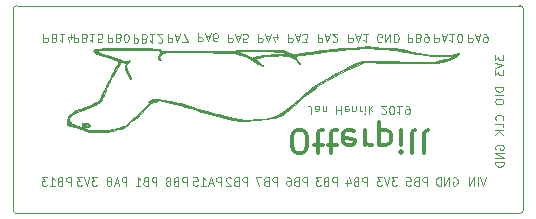
<source format=gbo>
G04 #@! TF.GenerationSoftware,KiCad,Pcbnew,5.0.1*
G04 #@! TF.CreationDate,2019-10-23T21:32:48+02:00*
G04 #@! TF.ProjectId,OtterPill,4F7474657250696C6C2E6B696361645F,rev?*
G04 #@! TF.SameCoordinates,Original*
G04 #@! TF.FileFunction,Legend,Bot*
G04 #@! TF.FilePolarity,Positive*
%FSLAX46Y46*%
G04 Gerber Fmt 4.6, Leading zero omitted, Abs format (unit mm)*
G04 Created by KiCad (PCBNEW 5.0.1) date Wed 23 Oct 2019 09:32:48 PM CEST*
%MOMM*%
%LPD*%
G01*
G04 APERTURE LIST*
%ADD10C,0.100000*%
%ADD11C,0.300000*%
%ADD12C,0.050000*%
%ADD13C,0.010000*%
G04 APERTURE END LIST*
D10*
X45250000Y-28983333D02*
X45250000Y-28483333D01*
X45216666Y-28383333D01*
X45150000Y-28316666D01*
X45050000Y-28283333D01*
X44983333Y-28283333D01*
X45883333Y-28283333D02*
X45883333Y-28650000D01*
X45850000Y-28716666D01*
X45783333Y-28750000D01*
X45650000Y-28750000D01*
X45583333Y-28716666D01*
X45883333Y-28316666D02*
X45816666Y-28283333D01*
X45650000Y-28283333D01*
X45583333Y-28316666D01*
X45550000Y-28383333D01*
X45550000Y-28450000D01*
X45583333Y-28516666D01*
X45650000Y-28550000D01*
X45816666Y-28550000D01*
X45883333Y-28583333D01*
X46216666Y-28750000D02*
X46216666Y-28283333D01*
X46216666Y-28683333D02*
X46250000Y-28716666D01*
X46316666Y-28750000D01*
X46416666Y-28750000D01*
X46483333Y-28716666D01*
X46516666Y-28650000D01*
X46516666Y-28283333D01*
X47383333Y-28283333D02*
X47383333Y-28983333D01*
X47383333Y-28650000D02*
X47783333Y-28650000D01*
X47783333Y-28283333D02*
X47783333Y-28983333D01*
X48383333Y-28316666D02*
X48316666Y-28283333D01*
X48183333Y-28283333D01*
X48116666Y-28316666D01*
X48083333Y-28383333D01*
X48083333Y-28650000D01*
X48116666Y-28716666D01*
X48183333Y-28750000D01*
X48316666Y-28750000D01*
X48383333Y-28716666D01*
X48416666Y-28650000D01*
X48416666Y-28583333D01*
X48083333Y-28516666D01*
X48716666Y-28750000D02*
X48716666Y-28283333D01*
X48716666Y-28683333D02*
X48749999Y-28716666D01*
X48816666Y-28750000D01*
X48916666Y-28750000D01*
X48983333Y-28716666D01*
X49016666Y-28650000D01*
X49016666Y-28283333D01*
X49349999Y-28283333D02*
X49349999Y-28750000D01*
X49349999Y-28616666D02*
X49383333Y-28683333D01*
X49416666Y-28716666D01*
X49483333Y-28750000D01*
X49549999Y-28750000D01*
X49783333Y-28283333D02*
X49783333Y-28750000D01*
X49783333Y-28983333D02*
X49749999Y-28950000D01*
X49783333Y-28916666D01*
X49816666Y-28950000D01*
X49783333Y-28983333D01*
X49783333Y-28916666D01*
X50116666Y-28283333D02*
X50116666Y-28983333D01*
X50183333Y-28550000D02*
X50383333Y-28283333D01*
X50383333Y-28750000D02*
X50116666Y-28483333D01*
X51183333Y-28916666D02*
X51216666Y-28950000D01*
X51283333Y-28983333D01*
X51449999Y-28983333D01*
X51516666Y-28950000D01*
X51549999Y-28916666D01*
X51583333Y-28850000D01*
X51583333Y-28783333D01*
X51549999Y-28683333D01*
X51149999Y-28283333D01*
X51583333Y-28283333D01*
X52016666Y-28983333D02*
X52083333Y-28983333D01*
X52149999Y-28950000D01*
X52183333Y-28916666D01*
X52216666Y-28850000D01*
X52249999Y-28716666D01*
X52249999Y-28550000D01*
X52216666Y-28416666D01*
X52183333Y-28350000D01*
X52149999Y-28316666D01*
X52083333Y-28283333D01*
X52016666Y-28283333D01*
X51949999Y-28316666D01*
X51916666Y-28350000D01*
X51883333Y-28416666D01*
X51849999Y-28550000D01*
X51849999Y-28716666D01*
X51883333Y-28850000D01*
X51916666Y-28916666D01*
X51949999Y-28950000D01*
X52016666Y-28983333D01*
X52916666Y-28283333D02*
X52516666Y-28283333D01*
X52716666Y-28283333D02*
X52716666Y-28983333D01*
X52649999Y-28883333D01*
X52583333Y-28816666D01*
X52516666Y-28783333D01*
X53249999Y-28283333D02*
X53383333Y-28283333D01*
X53449999Y-28316666D01*
X53483333Y-28350000D01*
X53549999Y-28450000D01*
X53583333Y-28583333D01*
X53583333Y-28850000D01*
X53549999Y-28916666D01*
X53516666Y-28950000D01*
X53449999Y-28983333D01*
X53316666Y-28983333D01*
X53249999Y-28950000D01*
X53216666Y-28916666D01*
X53183333Y-28850000D01*
X53183333Y-28683333D01*
X53216666Y-28616666D01*
X53249999Y-28583333D01*
X53316666Y-28550000D01*
X53449999Y-28550000D01*
X53516666Y-28583333D01*
X53549999Y-28616666D01*
X53583333Y-28683333D01*
D11*
X44061904Y-32295238D02*
X44442857Y-32295238D01*
X44633333Y-32200000D01*
X44823809Y-32009523D01*
X44919047Y-31628571D01*
X44919047Y-30961904D01*
X44823809Y-30580952D01*
X44633333Y-30390476D01*
X44442857Y-30295238D01*
X44061904Y-30295238D01*
X43871428Y-30390476D01*
X43680952Y-30580952D01*
X43585714Y-30961904D01*
X43585714Y-31628571D01*
X43680952Y-32009523D01*
X43871428Y-32200000D01*
X44061904Y-32295238D01*
X45490476Y-31628571D02*
X46252380Y-31628571D01*
X45776190Y-32295238D02*
X45776190Y-30580952D01*
X45871428Y-30390476D01*
X46061904Y-30295238D01*
X46252380Y-30295238D01*
X46633333Y-31628571D02*
X47395238Y-31628571D01*
X46919047Y-32295238D02*
X46919047Y-30580952D01*
X47014285Y-30390476D01*
X47204761Y-30295238D01*
X47395238Y-30295238D01*
X48823809Y-30390476D02*
X48633333Y-30295238D01*
X48252380Y-30295238D01*
X48061904Y-30390476D01*
X47966666Y-30580952D01*
X47966666Y-31342857D01*
X48061904Y-31533333D01*
X48252380Y-31628571D01*
X48633333Y-31628571D01*
X48823809Y-31533333D01*
X48919047Y-31342857D01*
X48919047Y-31152380D01*
X47966666Y-30961904D01*
X49776190Y-30295238D02*
X49776190Y-31628571D01*
X49776190Y-31247619D02*
X49871428Y-31438095D01*
X49966666Y-31533333D01*
X50157142Y-31628571D01*
X50347619Y-31628571D01*
X51014285Y-31628571D02*
X51014285Y-29628571D01*
X51014285Y-31533333D02*
X51204761Y-31628571D01*
X51585714Y-31628571D01*
X51776190Y-31533333D01*
X51871428Y-31438095D01*
X51966666Y-31247619D01*
X51966666Y-30676190D01*
X51871428Y-30485714D01*
X51776190Y-30390476D01*
X51585714Y-30295238D01*
X51204761Y-30295238D01*
X51014285Y-30390476D01*
X52823809Y-30295238D02*
X52823809Y-31628571D01*
X52823809Y-32295238D02*
X52728571Y-32200000D01*
X52823809Y-32104761D01*
X52919047Y-32200000D01*
X52823809Y-32295238D01*
X52823809Y-32104761D01*
X54061904Y-30295238D02*
X53871428Y-30390476D01*
X53776190Y-30580952D01*
X53776190Y-32295238D01*
X55109523Y-30295238D02*
X54919047Y-30390476D01*
X54823809Y-30580952D01*
X54823809Y-32295238D01*
D10*
X60816666Y-23983333D02*
X60816666Y-24416666D01*
X61083333Y-24183333D01*
X61083333Y-24283333D01*
X61116666Y-24350000D01*
X61150000Y-24383333D01*
X61216666Y-24416666D01*
X61383333Y-24416666D01*
X61450000Y-24383333D01*
X61483333Y-24350000D01*
X61516666Y-24283333D01*
X61516666Y-24083333D01*
X61483333Y-24016666D01*
X61450000Y-23983333D01*
X60816666Y-24616666D02*
X61516666Y-24850000D01*
X60816666Y-25083333D01*
X60816666Y-25250000D02*
X60816666Y-25683333D01*
X61083333Y-25450000D01*
X61083333Y-25550000D01*
X61116666Y-25616666D01*
X61150000Y-25650000D01*
X61216666Y-25683333D01*
X61383333Y-25683333D01*
X61450000Y-25650000D01*
X61483333Y-25616666D01*
X61516666Y-25550000D01*
X61516666Y-25350000D01*
X61483333Y-25283333D01*
X61450000Y-25250000D01*
X61516666Y-26683333D02*
X60816666Y-26683333D01*
X60816666Y-26850000D01*
X60850000Y-26950000D01*
X60916666Y-27016666D01*
X60983333Y-27050000D01*
X61116666Y-27083333D01*
X61216666Y-27083333D01*
X61350000Y-27050000D01*
X61416666Y-27016666D01*
X61483333Y-26950000D01*
X61516666Y-26850000D01*
X61516666Y-26683333D01*
X61516666Y-27383333D02*
X60816666Y-27383333D01*
X60816666Y-27850000D02*
X60816666Y-27983333D01*
X60850000Y-28050000D01*
X60916666Y-28116666D01*
X61050000Y-28150000D01*
X61283333Y-28150000D01*
X61416666Y-28116666D01*
X61483333Y-28050000D01*
X61516666Y-27983333D01*
X61516666Y-27850000D01*
X61483333Y-27783333D01*
X61416666Y-27716666D01*
X61283333Y-27683333D01*
X61050000Y-27683333D01*
X60916666Y-27716666D01*
X60850000Y-27783333D01*
X60816666Y-27850000D01*
X61450000Y-29483333D02*
X61483333Y-29450000D01*
X61516666Y-29350000D01*
X61516666Y-29283333D01*
X61483333Y-29183333D01*
X61416666Y-29116666D01*
X61350000Y-29083333D01*
X61216666Y-29050000D01*
X61116666Y-29050000D01*
X60983333Y-29083333D01*
X60916666Y-29116666D01*
X60850000Y-29183333D01*
X60816666Y-29283333D01*
X60816666Y-29350000D01*
X60850000Y-29450000D01*
X60883333Y-29483333D01*
X61516666Y-30116666D02*
X61516666Y-29783333D01*
X60816666Y-29783333D01*
X61516666Y-30350000D02*
X60816666Y-30350000D01*
X61516666Y-30750000D02*
X61116666Y-30450000D01*
X60816666Y-30750000D02*
X61216666Y-30350000D01*
X60875000Y-31966666D02*
X60841666Y-31900000D01*
X60841666Y-31800000D01*
X60875000Y-31700000D01*
X60941666Y-31633333D01*
X61008333Y-31600000D01*
X61141666Y-31566666D01*
X61241666Y-31566666D01*
X61375000Y-31600000D01*
X61441666Y-31633333D01*
X61508333Y-31700000D01*
X61541666Y-31800000D01*
X61541666Y-31866666D01*
X61508333Y-31966666D01*
X61475000Y-32000000D01*
X61241666Y-32000000D01*
X61241666Y-31866666D01*
X61541666Y-32300000D02*
X60841666Y-32300000D01*
X61541666Y-32700000D01*
X60841666Y-32700000D01*
X61541666Y-33033333D02*
X60841666Y-33033333D01*
X60841666Y-33200000D01*
X60875000Y-33300000D01*
X60941666Y-33366666D01*
X61008333Y-33400000D01*
X61141666Y-33433333D01*
X61241666Y-33433333D01*
X61375000Y-33400000D01*
X61441666Y-33366666D01*
X61508333Y-33300000D01*
X61541666Y-33200000D01*
X61541666Y-33033333D01*
X51191666Y-22850000D02*
X51125000Y-22883333D01*
X51025000Y-22883333D01*
X50925000Y-22850000D01*
X50858333Y-22783333D01*
X50825000Y-22716666D01*
X50791666Y-22583333D01*
X50791666Y-22483333D01*
X50825000Y-22350000D01*
X50858333Y-22283333D01*
X50925000Y-22216666D01*
X51025000Y-22183333D01*
X51091666Y-22183333D01*
X51191666Y-22216666D01*
X51225000Y-22250000D01*
X51225000Y-22483333D01*
X51091666Y-22483333D01*
X51525000Y-22183333D02*
X51525000Y-22883333D01*
X51925000Y-22183333D01*
X51925000Y-22883333D01*
X52258333Y-22183333D02*
X52258333Y-22883333D01*
X52425000Y-22883333D01*
X52525000Y-22850000D01*
X52591666Y-22783333D01*
X52625000Y-22716666D01*
X52658333Y-22583333D01*
X52658333Y-22483333D01*
X52625000Y-22350000D01*
X52591666Y-22283333D01*
X52525000Y-22216666D01*
X52425000Y-22183333D01*
X52258333Y-22183333D01*
X28008333Y-22183333D02*
X28008333Y-22883333D01*
X28275000Y-22883333D01*
X28341666Y-22850000D01*
X28375000Y-22816666D01*
X28408333Y-22750000D01*
X28408333Y-22650000D01*
X28375000Y-22583333D01*
X28341666Y-22550000D01*
X28275000Y-22516666D01*
X28008333Y-22516666D01*
X28941666Y-22550000D02*
X29041666Y-22516666D01*
X29075000Y-22483333D01*
X29108333Y-22416666D01*
X29108333Y-22316666D01*
X29075000Y-22250000D01*
X29041666Y-22216666D01*
X28975000Y-22183333D01*
X28708333Y-22183333D01*
X28708333Y-22883333D01*
X28941666Y-22883333D01*
X29008333Y-22850000D01*
X29041666Y-22816666D01*
X29075000Y-22750000D01*
X29075000Y-22683333D01*
X29041666Y-22616666D01*
X29008333Y-22583333D01*
X28941666Y-22550000D01*
X28708333Y-22550000D01*
X29541666Y-22883333D02*
X29608333Y-22883333D01*
X29675000Y-22850000D01*
X29708333Y-22816666D01*
X29741666Y-22750000D01*
X29775000Y-22616666D01*
X29775000Y-22450000D01*
X29741666Y-22316666D01*
X29708333Y-22250000D01*
X29675000Y-22216666D01*
X29608333Y-22183333D01*
X29541666Y-22183333D01*
X29475000Y-22216666D01*
X29441666Y-22250000D01*
X29408333Y-22316666D01*
X29375000Y-22450000D01*
X29375000Y-22616666D01*
X29408333Y-22750000D01*
X29441666Y-22816666D01*
X29475000Y-22850000D01*
X29541666Y-22883333D01*
X53408333Y-22183333D02*
X53408333Y-22883333D01*
X53675000Y-22883333D01*
X53741666Y-22850000D01*
X53775000Y-22816666D01*
X53808333Y-22750000D01*
X53808333Y-22650000D01*
X53775000Y-22583333D01*
X53741666Y-22550000D01*
X53675000Y-22516666D01*
X53408333Y-22516666D01*
X54341666Y-22550000D02*
X54441666Y-22516666D01*
X54475000Y-22483333D01*
X54508333Y-22416666D01*
X54508333Y-22316666D01*
X54475000Y-22250000D01*
X54441666Y-22216666D01*
X54375000Y-22183333D01*
X54108333Y-22183333D01*
X54108333Y-22883333D01*
X54341666Y-22883333D01*
X54408333Y-22850000D01*
X54441666Y-22816666D01*
X54475000Y-22750000D01*
X54475000Y-22683333D01*
X54441666Y-22616666D01*
X54408333Y-22583333D01*
X54341666Y-22550000D01*
X54108333Y-22550000D01*
X54841666Y-22183333D02*
X54975000Y-22183333D01*
X55041666Y-22216666D01*
X55075000Y-22250000D01*
X55141666Y-22350000D01*
X55175000Y-22483333D01*
X55175000Y-22750000D01*
X55141666Y-22816666D01*
X55108333Y-22850000D01*
X55041666Y-22883333D01*
X54908333Y-22883333D01*
X54841666Y-22850000D01*
X54808333Y-22816666D01*
X54775000Y-22750000D01*
X54775000Y-22583333D01*
X54808333Y-22516666D01*
X54841666Y-22483333D01*
X54908333Y-22450000D01*
X55041666Y-22450000D01*
X55108333Y-22483333D01*
X55141666Y-22516666D01*
X55175000Y-22583333D01*
X30200000Y-22233333D02*
X30200000Y-22933333D01*
X30466666Y-22933333D01*
X30533333Y-22900000D01*
X30566666Y-22866666D01*
X30600000Y-22800000D01*
X30600000Y-22700000D01*
X30566666Y-22633333D01*
X30533333Y-22600000D01*
X30466666Y-22566666D01*
X30200000Y-22566666D01*
X31133333Y-22600000D02*
X31233333Y-22566666D01*
X31266666Y-22533333D01*
X31300000Y-22466666D01*
X31300000Y-22366666D01*
X31266666Y-22300000D01*
X31233333Y-22266666D01*
X31166666Y-22233333D01*
X30900000Y-22233333D01*
X30900000Y-22933333D01*
X31133333Y-22933333D01*
X31200000Y-22900000D01*
X31233333Y-22866666D01*
X31266666Y-22800000D01*
X31266666Y-22733333D01*
X31233333Y-22666666D01*
X31200000Y-22633333D01*
X31133333Y-22600000D01*
X30900000Y-22600000D01*
X31966666Y-22233333D02*
X31566666Y-22233333D01*
X31766666Y-22233333D02*
X31766666Y-22933333D01*
X31700000Y-22833333D01*
X31633333Y-22766666D01*
X31566666Y-22733333D01*
X32233333Y-22866666D02*
X32266666Y-22900000D01*
X32333333Y-22933333D01*
X32500000Y-22933333D01*
X32566666Y-22900000D01*
X32600000Y-22866666D01*
X32633333Y-22800000D01*
X32633333Y-22733333D01*
X32600000Y-22633333D01*
X32200000Y-22233333D01*
X32633333Y-22233333D01*
X35658333Y-22133333D02*
X35658333Y-22833333D01*
X35925000Y-22833333D01*
X35991666Y-22800000D01*
X36025000Y-22766666D01*
X36058333Y-22700000D01*
X36058333Y-22600000D01*
X36025000Y-22533333D01*
X35991666Y-22500000D01*
X35925000Y-22466666D01*
X35658333Y-22466666D01*
X36325000Y-22333333D02*
X36658333Y-22333333D01*
X36258333Y-22133333D02*
X36491666Y-22833333D01*
X36725000Y-22133333D01*
X37258333Y-22833333D02*
X37125000Y-22833333D01*
X37058333Y-22800000D01*
X37025000Y-22766666D01*
X36958333Y-22666666D01*
X36925000Y-22533333D01*
X36925000Y-22266666D01*
X36958333Y-22200000D01*
X36991666Y-22166666D01*
X37058333Y-22133333D01*
X37191666Y-22133333D01*
X37258333Y-22166666D01*
X37291666Y-22200000D01*
X37325000Y-22266666D01*
X37325000Y-22433333D01*
X37291666Y-22500000D01*
X37258333Y-22533333D01*
X37191666Y-22566666D01*
X37058333Y-22566666D01*
X36991666Y-22533333D01*
X36958333Y-22500000D01*
X36925000Y-22433333D01*
X55675000Y-22183333D02*
X55675000Y-22883333D01*
X55941666Y-22883333D01*
X56008333Y-22850000D01*
X56041666Y-22816666D01*
X56075000Y-22750000D01*
X56075000Y-22650000D01*
X56041666Y-22583333D01*
X56008333Y-22550000D01*
X55941666Y-22516666D01*
X55675000Y-22516666D01*
X56341666Y-22383333D02*
X56675000Y-22383333D01*
X56275000Y-22183333D02*
X56508333Y-22883333D01*
X56741666Y-22183333D01*
X57341666Y-22183333D02*
X56941666Y-22183333D01*
X57141666Y-22183333D02*
X57141666Y-22883333D01*
X57075000Y-22783333D01*
X57008333Y-22716666D01*
X56941666Y-22683333D01*
X57775000Y-22883333D02*
X57841666Y-22883333D01*
X57908333Y-22850000D01*
X57941666Y-22816666D01*
X57975000Y-22750000D01*
X58008333Y-22616666D01*
X58008333Y-22450000D01*
X57975000Y-22316666D01*
X57941666Y-22250000D01*
X57908333Y-22216666D01*
X57841666Y-22183333D01*
X57775000Y-22183333D01*
X57708333Y-22216666D01*
X57675000Y-22250000D01*
X57641666Y-22316666D01*
X57608333Y-22450000D01*
X57608333Y-22616666D01*
X57641666Y-22750000D01*
X57675000Y-22816666D01*
X57708333Y-22850000D01*
X57775000Y-22883333D01*
X48383333Y-22183333D02*
X48383333Y-22883333D01*
X48650000Y-22883333D01*
X48716666Y-22850000D01*
X48750000Y-22816666D01*
X48783333Y-22750000D01*
X48783333Y-22650000D01*
X48750000Y-22583333D01*
X48716666Y-22550000D01*
X48650000Y-22516666D01*
X48383333Y-22516666D01*
X49050000Y-22383333D02*
X49383333Y-22383333D01*
X48983333Y-22183333D02*
X49216666Y-22883333D01*
X49450000Y-22183333D01*
X50050000Y-22183333D02*
X49650000Y-22183333D01*
X49850000Y-22183333D02*
X49850000Y-22883333D01*
X49783333Y-22783333D01*
X49716666Y-22716666D01*
X49650000Y-22683333D01*
X38208333Y-22183333D02*
X38208333Y-22883333D01*
X38475000Y-22883333D01*
X38541666Y-22850000D01*
X38575000Y-22816666D01*
X38608333Y-22750000D01*
X38608333Y-22650000D01*
X38575000Y-22583333D01*
X38541666Y-22550000D01*
X38475000Y-22516666D01*
X38208333Y-22516666D01*
X38875000Y-22383333D02*
X39208333Y-22383333D01*
X38808333Y-22183333D02*
X39041666Y-22883333D01*
X39275000Y-22183333D01*
X39841666Y-22883333D02*
X39508333Y-22883333D01*
X39475000Y-22550000D01*
X39508333Y-22583333D01*
X39575000Y-22616666D01*
X39741666Y-22616666D01*
X39808333Y-22583333D01*
X39841666Y-22550000D01*
X39875000Y-22483333D01*
X39875000Y-22316666D01*
X39841666Y-22250000D01*
X39808333Y-22216666D01*
X39741666Y-22183333D01*
X39575000Y-22183333D01*
X39508333Y-22216666D01*
X39475000Y-22250000D01*
X22575000Y-22183333D02*
X22575000Y-22883333D01*
X22841666Y-22883333D01*
X22908333Y-22850000D01*
X22941666Y-22816666D01*
X22975000Y-22750000D01*
X22975000Y-22650000D01*
X22941666Y-22583333D01*
X22908333Y-22550000D01*
X22841666Y-22516666D01*
X22575000Y-22516666D01*
X23508333Y-22550000D02*
X23608333Y-22516666D01*
X23641666Y-22483333D01*
X23675000Y-22416666D01*
X23675000Y-22316666D01*
X23641666Y-22250000D01*
X23608333Y-22216666D01*
X23541666Y-22183333D01*
X23275000Y-22183333D01*
X23275000Y-22883333D01*
X23508333Y-22883333D01*
X23575000Y-22850000D01*
X23608333Y-22816666D01*
X23641666Y-22750000D01*
X23641666Y-22683333D01*
X23608333Y-22616666D01*
X23575000Y-22583333D01*
X23508333Y-22550000D01*
X23275000Y-22550000D01*
X24341666Y-22183333D02*
X23941666Y-22183333D01*
X24141666Y-22183333D02*
X24141666Y-22883333D01*
X24075000Y-22783333D01*
X24008333Y-22716666D01*
X23941666Y-22683333D01*
X24941666Y-22650000D02*
X24941666Y-22183333D01*
X24775000Y-22916666D02*
X24608333Y-22416666D01*
X25041666Y-22416666D01*
X43258333Y-22183333D02*
X43258333Y-22883333D01*
X43525000Y-22883333D01*
X43591666Y-22850000D01*
X43625000Y-22816666D01*
X43658333Y-22750000D01*
X43658333Y-22650000D01*
X43625000Y-22583333D01*
X43591666Y-22550000D01*
X43525000Y-22516666D01*
X43258333Y-22516666D01*
X43925000Y-22383333D02*
X44258333Y-22383333D01*
X43858333Y-22183333D02*
X44091666Y-22883333D01*
X44325000Y-22183333D01*
X44491666Y-22883333D02*
X44925000Y-22883333D01*
X44691666Y-22616666D01*
X44791666Y-22616666D01*
X44858333Y-22583333D01*
X44891666Y-22550000D01*
X44925000Y-22483333D01*
X44925000Y-22316666D01*
X44891666Y-22250000D01*
X44858333Y-22216666D01*
X44791666Y-22183333D01*
X44591666Y-22183333D01*
X44525000Y-22216666D01*
X44491666Y-22250000D01*
X58508333Y-22183333D02*
X58508333Y-22883333D01*
X58775000Y-22883333D01*
X58841666Y-22850000D01*
X58875000Y-22816666D01*
X58908333Y-22750000D01*
X58908333Y-22650000D01*
X58875000Y-22583333D01*
X58841666Y-22550000D01*
X58775000Y-22516666D01*
X58508333Y-22516666D01*
X59175000Y-22383333D02*
X59508333Y-22383333D01*
X59108333Y-22183333D02*
X59341666Y-22883333D01*
X59575000Y-22183333D01*
X59841666Y-22183333D02*
X59975000Y-22183333D01*
X60041666Y-22216666D01*
X60075000Y-22250000D01*
X60141666Y-22350000D01*
X60175000Y-22483333D01*
X60175000Y-22750000D01*
X60141666Y-22816666D01*
X60108333Y-22850000D01*
X60041666Y-22883333D01*
X59908333Y-22883333D01*
X59841666Y-22850000D01*
X59808333Y-22816666D01*
X59775000Y-22750000D01*
X59775000Y-22583333D01*
X59808333Y-22516666D01*
X59841666Y-22483333D01*
X59908333Y-22450000D01*
X60041666Y-22450000D01*
X60108333Y-22483333D01*
X60141666Y-22516666D01*
X60175000Y-22583333D01*
X25125000Y-22183333D02*
X25125000Y-22883333D01*
X25391666Y-22883333D01*
X25458333Y-22850000D01*
X25491666Y-22816666D01*
X25525000Y-22750000D01*
X25525000Y-22650000D01*
X25491666Y-22583333D01*
X25458333Y-22550000D01*
X25391666Y-22516666D01*
X25125000Y-22516666D01*
X26058333Y-22550000D02*
X26158333Y-22516666D01*
X26191666Y-22483333D01*
X26225000Y-22416666D01*
X26225000Y-22316666D01*
X26191666Y-22250000D01*
X26158333Y-22216666D01*
X26091666Y-22183333D01*
X25825000Y-22183333D01*
X25825000Y-22883333D01*
X26058333Y-22883333D01*
X26125000Y-22850000D01*
X26158333Y-22816666D01*
X26191666Y-22750000D01*
X26191666Y-22683333D01*
X26158333Y-22616666D01*
X26125000Y-22583333D01*
X26058333Y-22550000D01*
X25825000Y-22550000D01*
X26891666Y-22183333D02*
X26491666Y-22183333D01*
X26691666Y-22183333D02*
X26691666Y-22883333D01*
X26625000Y-22783333D01*
X26558333Y-22716666D01*
X26491666Y-22683333D01*
X27525000Y-22883333D02*
X27191666Y-22883333D01*
X27158333Y-22550000D01*
X27191666Y-22583333D01*
X27258333Y-22616666D01*
X27425000Y-22616666D01*
X27491666Y-22583333D01*
X27525000Y-22550000D01*
X27558333Y-22483333D01*
X27558333Y-22316666D01*
X27525000Y-22250000D01*
X27491666Y-22216666D01*
X27425000Y-22183333D01*
X27258333Y-22183333D01*
X27191666Y-22216666D01*
X27158333Y-22250000D01*
X40733333Y-22183333D02*
X40733333Y-22883333D01*
X41000000Y-22883333D01*
X41066666Y-22850000D01*
X41100000Y-22816666D01*
X41133333Y-22750000D01*
X41133333Y-22650000D01*
X41100000Y-22583333D01*
X41066666Y-22550000D01*
X41000000Y-22516666D01*
X40733333Y-22516666D01*
X41400000Y-22383333D02*
X41733333Y-22383333D01*
X41333333Y-22183333D02*
X41566666Y-22883333D01*
X41800000Y-22183333D01*
X42333333Y-22650000D02*
X42333333Y-22183333D01*
X42166666Y-22916666D02*
X42000000Y-22416666D01*
X42433333Y-22416666D01*
X33083333Y-22183333D02*
X33083333Y-22883333D01*
X33350000Y-22883333D01*
X33416666Y-22850000D01*
X33450000Y-22816666D01*
X33483333Y-22750000D01*
X33483333Y-22650000D01*
X33450000Y-22583333D01*
X33416666Y-22550000D01*
X33350000Y-22516666D01*
X33083333Y-22516666D01*
X33750000Y-22383333D02*
X34083333Y-22383333D01*
X33683333Y-22183333D02*
X33916666Y-22883333D01*
X34150000Y-22183333D01*
X34316666Y-22883333D02*
X34783333Y-22883333D01*
X34483333Y-22183333D01*
X45783333Y-22183333D02*
X45783333Y-22883333D01*
X46050000Y-22883333D01*
X46116666Y-22850000D01*
X46150000Y-22816666D01*
X46183333Y-22750000D01*
X46183333Y-22650000D01*
X46150000Y-22583333D01*
X46116666Y-22550000D01*
X46050000Y-22516666D01*
X45783333Y-22516666D01*
X46450000Y-22383333D02*
X46783333Y-22383333D01*
X46383333Y-22183333D02*
X46616666Y-22883333D01*
X46850000Y-22183333D01*
X47050000Y-22816666D02*
X47083333Y-22850000D01*
X47150000Y-22883333D01*
X47316666Y-22883333D01*
X47383333Y-22850000D01*
X47416666Y-22816666D01*
X47450000Y-22750000D01*
X47450000Y-22683333D01*
X47416666Y-22583333D01*
X47016666Y-22183333D01*
X47450000Y-22183333D01*
X42341666Y-35041666D02*
X42341666Y-34341666D01*
X42075000Y-34341666D01*
X42008333Y-34375000D01*
X41975000Y-34408333D01*
X41941666Y-34475000D01*
X41941666Y-34575000D01*
X41975000Y-34641666D01*
X42008333Y-34675000D01*
X42075000Y-34708333D01*
X42341666Y-34708333D01*
X41408333Y-34675000D02*
X41308333Y-34708333D01*
X41275000Y-34741666D01*
X41241666Y-34808333D01*
X41241666Y-34908333D01*
X41275000Y-34975000D01*
X41308333Y-35008333D01*
X41375000Y-35041666D01*
X41641666Y-35041666D01*
X41641666Y-34341666D01*
X41408333Y-34341666D01*
X41341666Y-34375000D01*
X41308333Y-34408333D01*
X41275000Y-34475000D01*
X41275000Y-34541666D01*
X41308333Y-34608333D01*
X41341666Y-34641666D01*
X41408333Y-34675000D01*
X41641666Y-34675000D01*
X41008333Y-34341666D02*
X40541666Y-34341666D01*
X40841666Y-35041666D01*
X57258333Y-34375000D02*
X57325000Y-34341666D01*
X57425000Y-34341666D01*
X57525000Y-34375000D01*
X57591666Y-34441666D01*
X57625000Y-34508333D01*
X57658333Y-34641666D01*
X57658333Y-34741666D01*
X57625000Y-34875000D01*
X57591666Y-34941666D01*
X57525000Y-35008333D01*
X57425000Y-35041666D01*
X57358333Y-35041666D01*
X57258333Y-35008333D01*
X57225000Y-34975000D01*
X57225000Y-34741666D01*
X57358333Y-34741666D01*
X56925000Y-35041666D02*
X56925000Y-34341666D01*
X56525000Y-35041666D01*
X56525000Y-34341666D01*
X56191666Y-35041666D02*
X56191666Y-34341666D01*
X56025000Y-34341666D01*
X55925000Y-34375000D01*
X55858333Y-34441666D01*
X55825000Y-34508333D01*
X55791666Y-34641666D01*
X55791666Y-34741666D01*
X55825000Y-34875000D01*
X55858333Y-34941666D01*
X55925000Y-35008333D01*
X56025000Y-35041666D01*
X56191666Y-35041666D01*
X32141666Y-35041666D02*
X32141666Y-34341666D01*
X31875000Y-34341666D01*
X31808333Y-34375000D01*
X31775000Y-34408333D01*
X31741666Y-34475000D01*
X31741666Y-34575000D01*
X31775000Y-34641666D01*
X31808333Y-34675000D01*
X31875000Y-34708333D01*
X32141666Y-34708333D01*
X31208333Y-34675000D02*
X31108333Y-34708333D01*
X31075000Y-34741666D01*
X31041666Y-34808333D01*
X31041666Y-34908333D01*
X31075000Y-34975000D01*
X31108333Y-35008333D01*
X31175000Y-35041666D01*
X31441666Y-35041666D01*
X31441666Y-34341666D01*
X31208333Y-34341666D01*
X31141666Y-34375000D01*
X31108333Y-34408333D01*
X31075000Y-34475000D01*
X31075000Y-34541666D01*
X31108333Y-34608333D01*
X31141666Y-34641666D01*
X31208333Y-34675000D01*
X31441666Y-34675000D01*
X30375000Y-35041666D02*
X30775000Y-35041666D01*
X30575000Y-35041666D02*
X30575000Y-34341666D01*
X30641666Y-34441666D01*
X30708333Y-34508333D01*
X30775000Y-34541666D01*
X29591666Y-35041666D02*
X29591666Y-34341666D01*
X29325000Y-34341666D01*
X29258333Y-34375000D01*
X29225000Y-34408333D01*
X29191666Y-34475000D01*
X29191666Y-34575000D01*
X29225000Y-34641666D01*
X29258333Y-34675000D01*
X29325000Y-34708333D01*
X29591666Y-34708333D01*
X28925000Y-34841666D02*
X28591666Y-34841666D01*
X28991666Y-35041666D02*
X28758333Y-34341666D01*
X28525000Y-35041666D01*
X28191666Y-34641666D02*
X28258333Y-34608333D01*
X28291666Y-34575000D01*
X28325000Y-34508333D01*
X28325000Y-34475000D01*
X28291666Y-34408333D01*
X28258333Y-34375000D01*
X28191666Y-34341666D01*
X28058333Y-34341666D01*
X27991666Y-34375000D01*
X27958333Y-34408333D01*
X27925000Y-34475000D01*
X27925000Y-34508333D01*
X27958333Y-34575000D01*
X27991666Y-34608333D01*
X28058333Y-34641666D01*
X28191666Y-34641666D01*
X28258333Y-34675000D01*
X28291666Y-34708333D01*
X28325000Y-34775000D01*
X28325000Y-34908333D01*
X28291666Y-34975000D01*
X28258333Y-35008333D01*
X28191666Y-35041666D01*
X28058333Y-35041666D01*
X27991666Y-35008333D01*
X27958333Y-34975000D01*
X27925000Y-34908333D01*
X27925000Y-34775000D01*
X27958333Y-34708333D01*
X27991666Y-34675000D01*
X28058333Y-34641666D01*
X47391666Y-35041666D02*
X47391666Y-34341666D01*
X47125000Y-34341666D01*
X47058333Y-34375000D01*
X47025000Y-34408333D01*
X46991666Y-34475000D01*
X46991666Y-34575000D01*
X47025000Y-34641666D01*
X47058333Y-34675000D01*
X47125000Y-34708333D01*
X47391666Y-34708333D01*
X46458333Y-34675000D02*
X46358333Y-34708333D01*
X46325000Y-34741666D01*
X46291666Y-34808333D01*
X46291666Y-34908333D01*
X46325000Y-34975000D01*
X46358333Y-35008333D01*
X46425000Y-35041666D01*
X46691666Y-35041666D01*
X46691666Y-34341666D01*
X46458333Y-34341666D01*
X46391666Y-34375000D01*
X46358333Y-34408333D01*
X46325000Y-34475000D01*
X46325000Y-34541666D01*
X46358333Y-34608333D01*
X46391666Y-34641666D01*
X46458333Y-34675000D01*
X46691666Y-34675000D01*
X46058333Y-34341666D02*
X45625000Y-34341666D01*
X45858333Y-34608333D01*
X45758333Y-34608333D01*
X45691666Y-34641666D01*
X45658333Y-34675000D01*
X45625000Y-34741666D01*
X45625000Y-34908333D01*
X45658333Y-34975000D01*
X45691666Y-35008333D01*
X45758333Y-35041666D01*
X45958333Y-35041666D01*
X46025000Y-35008333D01*
X46058333Y-34975000D01*
X52491666Y-34341666D02*
X52058333Y-34341666D01*
X52291666Y-34608333D01*
X52191666Y-34608333D01*
X52125000Y-34641666D01*
X52091666Y-34675000D01*
X52058333Y-34741666D01*
X52058333Y-34908333D01*
X52091666Y-34975000D01*
X52125000Y-35008333D01*
X52191666Y-35041666D01*
X52391666Y-35041666D01*
X52458333Y-35008333D01*
X52491666Y-34975000D01*
X51858333Y-34341666D02*
X51625000Y-35041666D01*
X51391666Y-34341666D01*
X51225000Y-34341666D02*
X50791666Y-34341666D01*
X51025000Y-34608333D01*
X50925000Y-34608333D01*
X50858333Y-34641666D01*
X50825000Y-34675000D01*
X50791666Y-34741666D01*
X50791666Y-34908333D01*
X50825000Y-34975000D01*
X50858333Y-35008333D01*
X50925000Y-35041666D01*
X51125000Y-35041666D01*
X51191666Y-35008333D01*
X51225000Y-34975000D01*
X55041666Y-35041666D02*
X55041666Y-34341666D01*
X54775000Y-34341666D01*
X54708333Y-34375000D01*
X54675000Y-34408333D01*
X54641666Y-34475000D01*
X54641666Y-34575000D01*
X54675000Y-34641666D01*
X54708333Y-34675000D01*
X54775000Y-34708333D01*
X55041666Y-34708333D01*
X54108333Y-34675000D02*
X54008333Y-34708333D01*
X53975000Y-34741666D01*
X53941666Y-34808333D01*
X53941666Y-34908333D01*
X53975000Y-34975000D01*
X54008333Y-35008333D01*
X54075000Y-35041666D01*
X54341666Y-35041666D01*
X54341666Y-34341666D01*
X54108333Y-34341666D01*
X54041666Y-34375000D01*
X54008333Y-34408333D01*
X53975000Y-34475000D01*
X53975000Y-34541666D01*
X54008333Y-34608333D01*
X54041666Y-34641666D01*
X54108333Y-34675000D01*
X54341666Y-34675000D01*
X53308333Y-34341666D02*
X53641666Y-34341666D01*
X53675000Y-34675000D01*
X53641666Y-34641666D01*
X53575000Y-34608333D01*
X53408333Y-34608333D01*
X53341666Y-34641666D01*
X53308333Y-34675000D01*
X53275000Y-34741666D01*
X53275000Y-34908333D01*
X53308333Y-34975000D01*
X53341666Y-35008333D01*
X53408333Y-35041666D01*
X53575000Y-35041666D01*
X53641666Y-35008333D01*
X53675000Y-34975000D01*
X49941666Y-35041666D02*
X49941666Y-34341666D01*
X49675000Y-34341666D01*
X49608333Y-34375000D01*
X49575000Y-34408333D01*
X49541666Y-34475000D01*
X49541666Y-34575000D01*
X49575000Y-34641666D01*
X49608333Y-34675000D01*
X49675000Y-34708333D01*
X49941666Y-34708333D01*
X49008333Y-34675000D02*
X48908333Y-34708333D01*
X48875000Y-34741666D01*
X48841666Y-34808333D01*
X48841666Y-34908333D01*
X48875000Y-34975000D01*
X48908333Y-35008333D01*
X48975000Y-35041666D01*
X49241666Y-35041666D01*
X49241666Y-34341666D01*
X49008333Y-34341666D01*
X48941666Y-34375000D01*
X48908333Y-34408333D01*
X48875000Y-34475000D01*
X48875000Y-34541666D01*
X48908333Y-34608333D01*
X48941666Y-34641666D01*
X49008333Y-34675000D01*
X49241666Y-34675000D01*
X48241666Y-34575000D02*
X48241666Y-35041666D01*
X48408333Y-34308333D02*
X48575000Y-34808333D01*
X48141666Y-34808333D01*
X37575000Y-35041666D02*
X37575000Y-34341666D01*
X37308333Y-34341666D01*
X37241666Y-34375000D01*
X37208333Y-34408333D01*
X37175000Y-34475000D01*
X37175000Y-34575000D01*
X37208333Y-34641666D01*
X37241666Y-34675000D01*
X37308333Y-34708333D01*
X37575000Y-34708333D01*
X36908333Y-34841666D02*
X36575000Y-34841666D01*
X36975000Y-35041666D02*
X36741666Y-34341666D01*
X36508333Y-35041666D01*
X35908333Y-35041666D02*
X36308333Y-35041666D01*
X36108333Y-35041666D02*
X36108333Y-34341666D01*
X36175000Y-34441666D01*
X36241666Y-34508333D01*
X36308333Y-34541666D01*
X35275000Y-34341666D02*
X35608333Y-34341666D01*
X35641666Y-34675000D01*
X35608333Y-34641666D01*
X35541666Y-34608333D01*
X35375000Y-34608333D01*
X35308333Y-34641666D01*
X35275000Y-34675000D01*
X35241666Y-34741666D01*
X35241666Y-34908333D01*
X35275000Y-34975000D01*
X35308333Y-35008333D01*
X35375000Y-35041666D01*
X35541666Y-35041666D01*
X35608333Y-35008333D01*
X35641666Y-34975000D01*
X39791666Y-35041666D02*
X39791666Y-34341666D01*
X39525000Y-34341666D01*
X39458333Y-34375000D01*
X39425000Y-34408333D01*
X39391666Y-34475000D01*
X39391666Y-34575000D01*
X39425000Y-34641666D01*
X39458333Y-34675000D01*
X39525000Y-34708333D01*
X39791666Y-34708333D01*
X38858333Y-34675000D02*
X38758333Y-34708333D01*
X38725000Y-34741666D01*
X38691666Y-34808333D01*
X38691666Y-34908333D01*
X38725000Y-34975000D01*
X38758333Y-35008333D01*
X38825000Y-35041666D01*
X39091666Y-35041666D01*
X39091666Y-34341666D01*
X38858333Y-34341666D01*
X38791666Y-34375000D01*
X38758333Y-34408333D01*
X38725000Y-34475000D01*
X38725000Y-34541666D01*
X38758333Y-34608333D01*
X38791666Y-34641666D01*
X38858333Y-34675000D01*
X39091666Y-34675000D01*
X38425000Y-34408333D02*
X38391666Y-34375000D01*
X38325000Y-34341666D01*
X38158333Y-34341666D01*
X38091666Y-34375000D01*
X38058333Y-34408333D01*
X38025000Y-34475000D01*
X38025000Y-34541666D01*
X38058333Y-34641666D01*
X38458333Y-35041666D01*
X38025000Y-35041666D01*
X60041666Y-34341666D02*
X59808333Y-35041666D01*
X59575000Y-34341666D01*
X59341666Y-35041666D02*
X59341666Y-34341666D01*
X59008333Y-35041666D02*
X59008333Y-34341666D01*
X58608333Y-35041666D01*
X58608333Y-34341666D01*
X34691666Y-35041666D02*
X34691666Y-34341666D01*
X34425000Y-34341666D01*
X34358333Y-34375000D01*
X34325000Y-34408333D01*
X34291666Y-34475000D01*
X34291666Y-34575000D01*
X34325000Y-34641666D01*
X34358333Y-34675000D01*
X34425000Y-34708333D01*
X34691666Y-34708333D01*
X33758333Y-34675000D02*
X33658333Y-34708333D01*
X33625000Y-34741666D01*
X33591666Y-34808333D01*
X33591666Y-34908333D01*
X33625000Y-34975000D01*
X33658333Y-35008333D01*
X33725000Y-35041666D01*
X33991666Y-35041666D01*
X33991666Y-34341666D01*
X33758333Y-34341666D01*
X33691666Y-34375000D01*
X33658333Y-34408333D01*
X33625000Y-34475000D01*
X33625000Y-34541666D01*
X33658333Y-34608333D01*
X33691666Y-34641666D01*
X33758333Y-34675000D01*
X33991666Y-34675000D01*
X33191666Y-34641666D02*
X33258333Y-34608333D01*
X33291666Y-34575000D01*
X33325000Y-34508333D01*
X33325000Y-34475000D01*
X33291666Y-34408333D01*
X33258333Y-34375000D01*
X33191666Y-34341666D01*
X33058333Y-34341666D01*
X32991666Y-34375000D01*
X32958333Y-34408333D01*
X32925000Y-34475000D01*
X32925000Y-34508333D01*
X32958333Y-34575000D01*
X32991666Y-34608333D01*
X33058333Y-34641666D01*
X33191666Y-34641666D01*
X33258333Y-34675000D01*
X33291666Y-34708333D01*
X33325000Y-34775000D01*
X33325000Y-34908333D01*
X33291666Y-34975000D01*
X33258333Y-35008333D01*
X33191666Y-35041666D01*
X33058333Y-35041666D01*
X32991666Y-35008333D01*
X32958333Y-34975000D01*
X32925000Y-34908333D01*
X32925000Y-34775000D01*
X32958333Y-34708333D01*
X32991666Y-34675000D01*
X33058333Y-34641666D01*
X44891666Y-35041666D02*
X44891666Y-34341666D01*
X44625000Y-34341666D01*
X44558333Y-34375000D01*
X44525000Y-34408333D01*
X44491666Y-34475000D01*
X44491666Y-34575000D01*
X44525000Y-34641666D01*
X44558333Y-34675000D01*
X44625000Y-34708333D01*
X44891666Y-34708333D01*
X43958333Y-34675000D02*
X43858333Y-34708333D01*
X43825000Y-34741666D01*
X43791666Y-34808333D01*
X43791666Y-34908333D01*
X43825000Y-34975000D01*
X43858333Y-35008333D01*
X43925000Y-35041666D01*
X44191666Y-35041666D01*
X44191666Y-34341666D01*
X43958333Y-34341666D01*
X43891666Y-34375000D01*
X43858333Y-34408333D01*
X43825000Y-34475000D01*
X43825000Y-34541666D01*
X43858333Y-34608333D01*
X43891666Y-34641666D01*
X43958333Y-34675000D01*
X44191666Y-34675000D01*
X43191666Y-34341666D02*
X43325000Y-34341666D01*
X43391666Y-34375000D01*
X43425000Y-34408333D01*
X43491666Y-34508333D01*
X43525000Y-34641666D01*
X43525000Y-34908333D01*
X43491666Y-34975000D01*
X43458333Y-35008333D01*
X43391666Y-35041666D01*
X43258333Y-35041666D01*
X43191666Y-35008333D01*
X43158333Y-34975000D01*
X43125000Y-34908333D01*
X43125000Y-34741666D01*
X43158333Y-34675000D01*
X43191666Y-34641666D01*
X43258333Y-34608333D01*
X43391666Y-34608333D01*
X43458333Y-34641666D01*
X43491666Y-34675000D01*
X43525000Y-34741666D01*
X24875000Y-35041666D02*
X24875000Y-34341666D01*
X24608333Y-34341666D01*
X24541666Y-34375000D01*
X24508333Y-34408333D01*
X24475000Y-34475000D01*
X24475000Y-34575000D01*
X24508333Y-34641666D01*
X24541666Y-34675000D01*
X24608333Y-34708333D01*
X24875000Y-34708333D01*
X23941666Y-34675000D02*
X23841666Y-34708333D01*
X23808333Y-34741666D01*
X23775000Y-34808333D01*
X23775000Y-34908333D01*
X23808333Y-34975000D01*
X23841666Y-35008333D01*
X23908333Y-35041666D01*
X24175000Y-35041666D01*
X24175000Y-34341666D01*
X23941666Y-34341666D01*
X23875000Y-34375000D01*
X23841666Y-34408333D01*
X23808333Y-34475000D01*
X23808333Y-34541666D01*
X23841666Y-34608333D01*
X23875000Y-34641666D01*
X23941666Y-34675000D01*
X24175000Y-34675000D01*
X23108333Y-35041666D02*
X23508333Y-35041666D01*
X23308333Y-35041666D02*
X23308333Y-34341666D01*
X23375000Y-34441666D01*
X23441666Y-34508333D01*
X23508333Y-34541666D01*
X22875000Y-34341666D02*
X22441666Y-34341666D01*
X22675000Y-34608333D01*
X22575000Y-34608333D01*
X22508333Y-34641666D01*
X22475000Y-34675000D01*
X22441666Y-34741666D01*
X22441666Y-34908333D01*
X22475000Y-34975000D01*
X22508333Y-35008333D01*
X22575000Y-35041666D01*
X22775000Y-35041666D01*
X22841666Y-35008333D01*
X22875000Y-34975000D01*
X27091666Y-34341666D02*
X26658333Y-34341666D01*
X26891666Y-34608333D01*
X26791666Y-34608333D01*
X26725000Y-34641666D01*
X26691666Y-34675000D01*
X26658333Y-34741666D01*
X26658333Y-34908333D01*
X26691666Y-34975000D01*
X26725000Y-35008333D01*
X26791666Y-35041666D01*
X26991666Y-35041666D01*
X27058333Y-35008333D01*
X27091666Y-34975000D01*
X26458333Y-34341666D02*
X26225000Y-35041666D01*
X25991666Y-34341666D01*
X25825000Y-34341666D02*
X25391666Y-34341666D01*
X25625000Y-34608333D01*
X25525000Y-34608333D01*
X25458333Y-34641666D01*
X25425000Y-34675000D01*
X25391666Y-34741666D01*
X25391666Y-34908333D01*
X25425000Y-34975000D01*
X25458333Y-35008333D01*
X25525000Y-35041666D01*
X25725000Y-35041666D01*
X25791666Y-35008333D01*
X25825000Y-34975000D01*
D12*
X63200000Y-37100000D02*
G75*
G02X62900000Y-37400000I-300000J0D01*
G01*
X62900000Y-19800000D02*
G75*
G02X63200000Y-20100000I0J-300000D01*
G01*
X20000000Y-20100000D02*
G75*
G02X20300000Y-19800000I300000J0D01*
G01*
X20300000Y-37400000D02*
G75*
G02X20000000Y-37100000I0J300000D01*
G01*
X20000000Y-37100000D02*
X20000000Y-20100000D01*
X62900000Y-37400000D02*
X20300000Y-37400000D01*
X63200000Y-20100000D02*
X63200000Y-37100000D01*
X20300000Y-19800000D02*
X62900000Y-19800000D01*
D13*
G04 #@! TO.C,G\002A\002A\002A*
G36*
X26363979Y-30090858D02*
X26467797Y-30038308D01*
X26498494Y-29957835D01*
X26451696Y-29855256D01*
X26414333Y-29813334D01*
X26318388Y-29760589D01*
X26180789Y-29731475D01*
X26035313Y-29728104D01*
X25915739Y-29752588D01*
X25872466Y-29779467D01*
X25826030Y-29874777D01*
X25830027Y-29919167D01*
X26145024Y-29919167D01*
X26152162Y-29866904D01*
X26220910Y-29857912D01*
X26304794Y-29881270D01*
X26350401Y-29921080D01*
X26348091Y-29944770D01*
X26284897Y-29980578D01*
X26201697Y-29970348D01*
X26145345Y-29919987D01*
X26145024Y-29919167D01*
X25830027Y-29919167D01*
X25835713Y-29982290D01*
X25897191Y-30062192D01*
X25903550Y-30065844D01*
X25994139Y-30092135D01*
X26128112Y-30107775D01*
X26191416Y-30109667D01*
X26363979Y-30090858D01*
X26363979Y-30090858D01*
G37*
X26363979Y-30090858D02*
X26467797Y-30038308D01*
X26498494Y-29957835D01*
X26451696Y-29855256D01*
X26414333Y-29813334D01*
X26318388Y-29760589D01*
X26180789Y-29731475D01*
X26035313Y-29728104D01*
X25915739Y-29752588D01*
X25872466Y-29779467D01*
X25826030Y-29874777D01*
X25830027Y-29919167D01*
X26145024Y-29919167D01*
X26152162Y-29866904D01*
X26220910Y-29857912D01*
X26304794Y-29881270D01*
X26350401Y-29921080D01*
X26348091Y-29944770D01*
X26284897Y-29980578D01*
X26201697Y-29970348D01*
X26145345Y-29919987D01*
X26145024Y-29919167D01*
X25830027Y-29919167D01*
X25835713Y-29982290D01*
X25897191Y-30062192D01*
X25903550Y-30065844D01*
X25994139Y-30092135D01*
X26128112Y-30107775D01*
X26191416Y-30109667D01*
X26363979Y-30090858D01*
G36*
X27055688Y-30489892D02*
X27767537Y-30462771D01*
X28422250Y-30382456D01*
X28917705Y-30277544D01*
X29168704Y-30206716D01*
X29364025Y-30131079D01*
X29531975Y-30035099D01*
X29700860Y-29903240D01*
X29852480Y-29764508D01*
X30022340Y-29610412D01*
X30212792Y-29448923D01*
X30386853Y-29311241D01*
X30411648Y-29292817D01*
X30536209Y-29189998D01*
X30698871Y-29039161D01*
X30882839Y-28856748D01*
X31071319Y-28659201D01*
X31174001Y-28546501D01*
X31352853Y-28347761D01*
X31487116Y-28203481D01*
X31587825Y-28104292D01*
X31666012Y-28040821D01*
X31732714Y-28003698D01*
X31798963Y-27983551D01*
X31846732Y-27975161D01*
X32004516Y-27938512D01*
X32156595Y-27883619D01*
X32182668Y-27871183D01*
X32242907Y-27842386D01*
X32299397Y-27825488D01*
X32367632Y-27821825D01*
X32463105Y-27832732D01*
X32601310Y-27859545D01*
X32797741Y-27903601D01*
X32939558Y-27936443D01*
X33337415Y-28031719D01*
X33729795Y-28132014D01*
X34133394Y-28242028D01*
X34564909Y-28366461D01*
X35041035Y-28510010D01*
X35578468Y-28677377D01*
X35632360Y-28694384D01*
X36342216Y-28910939D01*
X37007371Y-29098362D01*
X37622681Y-29255514D01*
X38183002Y-29381259D01*
X38683190Y-29474458D01*
X39118102Y-29533975D01*
X39482593Y-29558672D01*
X39543938Y-29559334D01*
X39720566Y-29554161D01*
X39961711Y-29539868D01*
X40247936Y-29518295D01*
X40559806Y-29491281D01*
X40877881Y-29460663D01*
X41182726Y-29428282D01*
X41454903Y-29395977D01*
X41674976Y-29365586D01*
X41781333Y-29347643D01*
X41932767Y-29326758D01*
X42066570Y-29321549D01*
X42122780Y-29327175D01*
X42226226Y-29322112D01*
X42387220Y-29272057D01*
X42588447Y-29186059D01*
X42763221Y-29099307D01*
X42911538Y-29008520D01*
X43056510Y-28896740D01*
X43221249Y-28747005D01*
X43326500Y-28644458D01*
X43514011Y-28464667D01*
X43721646Y-28274515D01*
X43920635Y-28099947D01*
X44046166Y-27995442D01*
X44241290Y-27837761D01*
X44462127Y-27658110D01*
X44669242Y-27488595D01*
X44723500Y-27443945D01*
X44879748Y-27318931D01*
X45025330Y-27209110D01*
X45139661Y-27129696D01*
X45185358Y-27102636D01*
X45266661Y-27049703D01*
X45392129Y-26954110D01*
X45543419Y-26830306D01*
X45675054Y-26716837D01*
X45890427Y-26540222D01*
X46115154Y-26378980D01*
X46319105Y-26254423D01*
X46356196Y-26235061D01*
X46553891Y-26132995D01*
X46778425Y-26013004D01*
X46983518Y-25899848D01*
X46996767Y-25892361D01*
X47675093Y-25532215D01*
X48434095Y-25174542D01*
X49035698Y-24916327D01*
X49800751Y-24599846D01*
X51643625Y-24649735D01*
X52091004Y-24660559D01*
X52563229Y-24669675D01*
X53042321Y-24676891D01*
X53510302Y-24682014D01*
X53949193Y-24684849D01*
X54341016Y-24685203D01*
X54667792Y-24682884D01*
X54693000Y-24682543D01*
X55045204Y-24677346D01*
X55325791Y-24672099D01*
X55547804Y-24665654D01*
X55724283Y-24656861D01*
X55868272Y-24644571D01*
X55992812Y-24627637D01*
X56110946Y-24604908D01*
X56235716Y-24575237D01*
X56380164Y-24537474D01*
X56400066Y-24532177D01*
X56633037Y-24463927D01*
X56871519Y-24383616D01*
X57083637Y-24302492D01*
X57207774Y-24247131D01*
X57392338Y-24148300D01*
X57554712Y-24047326D01*
X57681954Y-23953849D01*
X57761122Y-23877511D01*
X57779273Y-23827953D01*
X57776201Y-23823692D01*
X57725438Y-23821117D01*
X57613116Y-23838403D01*
X57459071Y-23872100D01*
X57374034Y-23893646D01*
X57061620Y-23953156D01*
X56682867Y-23987147D01*
X56251849Y-23996590D01*
X55782641Y-23982460D01*
X55289319Y-23945729D01*
X54785959Y-23887371D01*
X54286635Y-23808358D01*
X53805422Y-23709663D01*
X53465333Y-23623441D01*
X53228221Y-23559607D01*
X53020912Y-23509690D01*
X52825821Y-23471363D01*
X52625367Y-23442301D01*
X52401966Y-23420176D01*
X52138035Y-23402663D01*
X51815990Y-23387436D01*
X51623833Y-23379805D01*
X51330173Y-23366995D01*
X51057133Y-23352078D01*
X50818625Y-23336052D01*
X50628565Y-23319915D01*
X50500865Y-23304664D01*
X50459946Y-23296348D01*
X50322984Y-23271929D01*
X50127928Y-23258387D01*
X49900589Y-23255280D01*
X49666780Y-23262167D01*
X49452311Y-23278606D01*
X49282996Y-23304155D01*
X49232000Y-23317356D01*
X49074526Y-23348888D01*
X48841917Y-23369302D01*
X48543063Y-23377869D01*
X48491166Y-23378090D01*
X48290224Y-23384093D01*
X48023489Y-23400755D01*
X47702525Y-23426693D01*
X47338897Y-23460520D01*
X46944169Y-23500854D01*
X46529905Y-23546308D01*
X46107671Y-23595498D01*
X45689030Y-23647040D01*
X45285547Y-23699548D01*
X44908786Y-23751639D01*
X44570312Y-23801926D01*
X44281689Y-23849027D01*
X44054482Y-23891555D01*
X43902184Y-23927568D01*
X43823646Y-23943550D01*
X43744947Y-23938382D01*
X43644637Y-23906460D01*
X43501265Y-23842181D01*
X43415351Y-23800404D01*
X43223389Y-23715124D01*
X43022606Y-23640644D01*
X42850202Y-23590463D01*
X42818500Y-23583783D01*
X42702119Y-23570513D01*
X42505206Y-23558978D01*
X42231879Y-23549282D01*
X41886257Y-23541529D01*
X41472458Y-23535824D01*
X40994601Y-23532269D01*
X40738197Y-23531343D01*
X40293351Y-23530497D01*
X39925512Y-23530532D01*
X39627026Y-23531712D01*
X39390237Y-23534302D01*
X39207488Y-23538564D01*
X39071123Y-23544762D01*
X38973487Y-23553159D01*
X38906924Y-23564020D01*
X38863777Y-23577607D01*
X38836390Y-23594184D01*
X38833197Y-23596920D01*
X38821472Y-23609086D01*
X38811815Y-23619794D01*
X38799039Y-23629066D01*
X38777961Y-23636921D01*
X38743395Y-23643378D01*
X38690157Y-23648459D01*
X38613061Y-23652184D01*
X38506924Y-23654571D01*
X38366559Y-23655643D01*
X38186782Y-23655418D01*
X37962408Y-23653916D01*
X37688252Y-23651159D01*
X37359129Y-23647166D01*
X36969855Y-23641957D01*
X36515244Y-23635553D01*
X35990112Y-23627972D01*
X35389274Y-23619237D01*
X34902166Y-23612175D01*
X34519421Y-23607825D01*
X34151852Y-23605884D01*
X33811167Y-23606255D01*
X33509073Y-23608839D01*
X33257277Y-23613542D01*
X33067487Y-23620264D01*
X32956571Y-23628282D01*
X32786320Y-23646397D01*
X32676385Y-23650053D01*
X32603186Y-23636202D01*
X32543145Y-23601797D01*
X32503249Y-23569702D01*
X32373034Y-23495885D01*
X32206223Y-23448424D01*
X32184010Y-23445117D01*
X32097254Y-23439179D01*
X31936281Y-23433596D01*
X31711539Y-23428528D01*
X31433479Y-23424132D01*
X31112549Y-23420567D01*
X30759198Y-23417991D01*
X30383876Y-23416563D01*
X30287833Y-23416404D01*
X29895152Y-23415839D01*
X29510272Y-23415126D01*
X29145750Y-23414300D01*
X28814146Y-23413395D01*
X28528019Y-23412447D01*
X28299929Y-23411489D01*
X28142434Y-23410557D01*
X28128833Y-23410448D01*
X27879149Y-23412091D01*
X27604528Y-23419771D01*
X27349587Y-23432048D01*
X27252054Y-23438775D01*
X27056084Y-23456639D01*
X26929385Y-23475810D01*
X26856598Y-23500070D01*
X26822363Y-23533201D01*
X26817177Y-23545865D01*
X26807984Y-23640432D01*
X26848414Y-23726050D01*
X26944975Y-23806514D01*
X27104175Y-23885620D01*
X27332519Y-23967164D01*
X27636516Y-24054943D01*
X27733744Y-24080551D01*
X27979177Y-24149348D01*
X28235611Y-24229874D01*
X28470380Y-24311425D01*
X28630516Y-24374418D01*
X28991043Y-24529299D01*
X28849736Y-24726566D01*
X28773264Y-24847913D01*
X28665800Y-25040456D01*
X28530495Y-25297913D01*
X28370501Y-25614004D01*
X28188972Y-25982449D01*
X27989058Y-26396966D01*
X27773913Y-26851275D01*
X27645872Y-27125202D01*
X27291297Y-27887237D01*
X26863398Y-28085316D01*
X26635855Y-28183608D01*
X26366681Y-28289245D01*
X26095837Y-28386956D01*
X25937711Y-28439021D01*
X25628941Y-28549165D01*
X25338377Y-28678370D01*
X25080157Y-28818508D01*
X24868419Y-28961450D01*
X24717304Y-29099067D01*
X24664197Y-29171176D01*
X24609113Y-29312421D01*
X24597790Y-29369574D01*
X24728576Y-29369574D01*
X24764086Y-29283022D01*
X24822883Y-29200917D01*
X24928888Y-29095010D01*
X25091035Y-28985120D01*
X25315907Y-28867831D01*
X25610085Y-28739726D01*
X25980154Y-28597388D01*
X25998951Y-28590500D01*
X26366912Y-28453195D01*
X26663268Y-28335695D01*
X26897420Y-28233181D01*
X27078769Y-28140837D01*
X27216719Y-28053846D01*
X27320671Y-27967390D01*
X27400027Y-27876651D01*
X27404771Y-27870198D01*
X27492934Y-27744457D01*
X27565885Y-27626483D01*
X27632771Y-27497541D01*
X27702740Y-27338899D01*
X27784942Y-27131822D01*
X27853161Y-26952010D01*
X27907878Y-26807650D01*
X27957358Y-26682642D01*
X28007318Y-26565938D01*
X28063479Y-26446489D01*
X28131560Y-26313244D01*
X28217280Y-26155155D01*
X28326359Y-25961172D01*
X28464516Y-25720245D01*
X28637469Y-25421325D01*
X28711702Y-25293339D01*
X28868723Y-25026491D01*
X28990833Y-24828235D01*
X29082445Y-24692183D01*
X29147975Y-24611946D01*
X29191836Y-24581137D01*
X29203864Y-24581095D01*
X29292120Y-24602547D01*
X29410269Y-24627929D01*
X29412403Y-24628360D01*
X29509280Y-24660521D01*
X29532352Y-24707218D01*
X29528639Y-24720120D01*
X29479322Y-24902458D01*
X29485766Y-25077146D01*
X29504597Y-25161566D01*
X29550581Y-25303961D01*
X29617499Y-25470687D01*
X29696405Y-25643868D01*
X29778353Y-25805628D01*
X29854395Y-25938092D01*
X29915586Y-26023384D01*
X29947089Y-26045667D01*
X29962729Y-26018118D01*
X29942602Y-25931771D01*
X29884971Y-25781073D01*
X29811748Y-25612792D01*
X29729501Y-25415810D01*
X29660856Y-25225682D01*
X29614456Y-25067851D01*
X29599662Y-24988375D01*
X29595091Y-24865788D01*
X29619883Y-24780574D01*
X29689040Y-24694992D01*
X29733793Y-24650946D01*
X29821574Y-24560322D01*
X29876425Y-24491568D01*
X29885666Y-24471029D01*
X29853653Y-24440059D01*
X29781630Y-24441889D01*
X29705626Y-24472078D01*
X29677121Y-24496740D01*
X29643648Y-24520101D01*
X29586770Y-24523864D01*
X29491363Y-24505475D01*
X29342298Y-24462378D01*
X29195687Y-24415408D01*
X28978485Y-24344695D01*
X28715407Y-24259405D01*
X28441208Y-24170789D01*
X28213500Y-24097445D01*
X27902687Y-23994395D01*
X27629338Y-23897577D01*
X27401676Y-23810356D01*
X27227922Y-23736100D01*
X27116298Y-23678173D01*
X27075028Y-23639942D01*
X27077894Y-23632535D01*
X27145052Y-23608591D01*
X27282725Y-23586861D01*
X27476776Y-23568006D01*
X27713070Y-23552685D01*
X27977468Y-23541560D01*
X28255835Y-23535289D01*
X28534032Y-23534534D01*
X28797924Y-23539955D01*
X28933166Y-23545879D01*
X29166546Y-23555052D01*
X29463934Y-23561485D01*
X29804710Y-23565035D01*
X30168254Y-23565558D01*
X30533947Y-23562912D01*
X30795833Y-23558789D01*
X31233062Y-23551143D01*
X31591845Y-23548381D01*
X31878337Y-23552136D01*
X32098696Y-23564044D01*
X32259080Y-23585737D01*
X32365645Y-23618851D01*
X32424548Y-23665019D01*
X32433763Y-23697255D01*
X39024451Y-23697255D01*
X39047248Y-23679795D01*
X39093166Y-23666963D01*
X39181691Y-23656825D01*
X39343313Y-23649713D01*
X39566524Y-23645424D01*
X39839816Y-23643753D01*
X40151681Y-23644496D01*
X40490611Y-23647450D01*
X40845098Y-23652410D01*
X41203635Y-23659174D01*
X41554713Y-23667535D01*
X41886824Y-23677292D01*
X42188461Y-23688240D01*
X42448115Y-23700174D01*
X42654278Y-23712892D01*
X42795442Y-23726189D01*
X42839739Y-23733351D01*
X43009917Y-23775526D01*
X43169619Y-23823677D01*
X43263073Y-23858630D01*
X43332099Y-23890505D01*
X43353698Y-23908328D01*
X43318285Y-23914118D01*
X43216275Y-23909893D01*
X43067722Y-23899771D01*
X42872199Y-23893705D01*
X42613239Y-23896851D01*
X42311415Y-23907896D01*
X41987299Y-23925526D01*
X41661465Y-23948430D01*
X41354486Y-23975296D01*
X41086934Y-24004810D01*
X40879383Y-24035661D01*
X40850000Y-24041251D01*
X40673823Y-24083375D01*
X40512058Y-24134039D01*
X40398565Y-24182578D01*
X40395204Y-24184501D01*
X40257909Y-24264472D01*
X39950704Y-24100433D01*
X39749782Y-24001568D01*
X39517985Y-23899880D01*
X39305398Y-23817335D01*
X39304833Y-23817136D01*
X39143758Y-23759195D01*
X39053459Y-23721478D01*
X39024451Y-23697255D01*
X32433763Y-23697255D01*
X32441946Y-23725876D01*
X32423997Y-23803056D01*
X32376858Y-23898192D01*
X32335373Y-23967392D01*
X32262783Y-24088416D01*
X32231075Y-24164235D01*
X32235331Y-24220854D01*
X32270629Y-24284275D01*
X32274349Y-24289966D01*
X32357775Y-24386506D01*
X32440309Y-24433325D01*
X32497788Y-24421323D01*
X32493148Y-24374611D01*
X32453629Y-24317510D01*
X32401878Y-24248067D01*
X32390414Y-24180622D01*
X32422274Y-24091525D01*
X32499750Y-23958326D01*
X32616166Y-23770752D01*
X33103000Y-23744040D01*
X33235768Y-23739790D01*
X33443768Y-23737108D01*
X33717580Y-23735955D01*
X34047783Y-23736289D01*
X34424960Y-23738072D01*
X34839688Y-23741263D01*
X35282549Y-23745820D01*
X35744123Y-23751705D01*
X36087500Y-23756816D01*
X36639684Y-23765928D01*
X37113827Y-23774670D01*
X37516550Y-23783291D01*
X37854477Y-23792045D01*
X38134230Y-23801180D01*
X38362431Y-23810949D01*
X38545702Y-23821603D01*
X38690668Y-23833393D01*
X38803949Y-23846569D01*
X38892169Y-23861383D01*
X38902666Y-23863553D01*
X39259280Y-23948548D01*
X39558461Y-24044307D01*
X39827437Y-24162612D01*
X40093434Y-24315247D01*
X40350757Y-24490251D01*
X40562402Y-24631607D01*
X40767953Y-24750026D01*
X40951710Y-24837876D01*
X41097974Y-24887523D01*
X41181178Y-24893970D01*
X41180942Y-24867389D01*
X41112191Y-24804600D01*
X40980582Y-24710225D01*
X40860583Y-24631961D01*
X40702637Y-24530544D01*
X40575186Y-24446301D01*
X40492776Y-24389003D01*
X40469000Y-24368859D01*
X40503026Y-24342715D01*
X40589225Y-24293434D01*
X40642268Y-24265660D01*
X40816697Y-24193727D01*
X41034421Y-24136049D01*
X41304731Y-24091229D01*
X41636921Y-24057874D01*
X42040280Y-24034589D01*
X42228668Y-24027621D01*
X42664681Y-24020828D01*
X43025527Y-24032352D01*
X43319121Y-24064202D01*
X43553375Y-24118387D01*
X43736205Y-24196915D01*
X43875525Y-24301796D01*
X43979248Y-24435039D01*
X44003190Y-24478090D01*
X44067367Y-24567487D01*
X44154285Y-24649656D01*
X44240503Y-24706595D01*
X44302582Y-24720300D01*
X44311529Y-24714916D01*
X44300072Y-24672769D01*
X44242247Y-24594763D01*
X44202023Y-24550768D01*
X44120702Y-24455986D01*
X44072771Y-24379088D01*
X44067333Y-24358515D01*
X44038264Y-24299180D01*
X43965299Y-24213761D01*
X43930898Y-24180614D01*
X43853347Y-24105893D01*
X43815403Y-24061412D01*
X43815639Y-24056000D01*
X43862923Y-24050402D01*
X43978556Y-24035010D01*
X44147056Y-24011932D01*
X44352945Y-23983274D01*
X44440913Y-23970915D01*
X45089966Y-23880929D01*
X45702188Y-23798891D01*
X46271750Y-23725480D01*
X46792821Y-23661369D01*
X47259570Y-23607236D01*
X47666165Y-23563755D01*
X48006777Y-23531603D01*
X48275574Y-23511455D01*
X48466725Y-23503988D01*
X48470000Y-23503971D01*
X48696031Y-23497897D01*
X48920156Y-23483088D01*
X49111793Y-23461991D01*
X49210833Y-23444658D01*
X49456183Y-23406460D01*
X49749342Y-23387008D01*
X50055404Y-23386979D01*
X50339462Y-23407053D01*
X50438500Y-23420765D01*
X50569826Y-23436798D01*
X50764210Y-23453532D01*
X51000075Y-23469432D01*
X51255842Y-23482960D01*
X51391000Y-23488602D01*
X51642027Y-23500561D01*
X51882006Y-23518160D01*
X52128279Y-23543535D01*
X52398187Y-23578823D01*
X52709074Y-23626159D01*
X53078283Y-23687680D01*
X53253666Y-23718045D01*
X53740084Y-23802343D01*
X54154619Y-23872415D01*
X54508617Y-23929558D01*
X54813428Y-23975066D01*
X55080400Y-24010233D01*
X55320881Y-24036356D01*
X55546219Y-24054728D01*
X55767763Y-24066644D01*
X55996860Y-24073400D01*
X56244858Y-24076290D01*
X56396879Y-24076703D01*
X56659242Y-24077436D01*
X56890351Y-24079218D01*
X57077762Y-24081860D01*
X57209033Y-24085170D01*
X57271721Y-24088959D01*
X57275296Y-24090131D01*
X57235918Y-24123654D01*
X57125375Y-24171289D01*
X56955271Y-24229319D01*
X56737211Y-24294029D01*
X56482797Y-24361701D01*
X56255678Y-24416683D01*
X55603166Y-24567866D01*
X53020833Y-24535351D01*
X52397235Y-24527482D01*
X51852547Y-24520664D01*
X51381016Y-24514963D01*
X50976890Y-24510444D01*
X50634418Y-24507173D01*
X50347848Y-24505215D01*
X50111428Y-24504635D01*
X49919406Y-24505500D01*
X49766031Y-24507873D01*
X49645550Y-24511821D01*
X49552212Y-24517409D01*
X49480264Y-24524703D01*
X49423956Y-24533768D01*
X49377536Y-24544669D01*
X49335251Y-24557471D01*
X49291349Y-24572241D01*
X49274333Y-24577955D01*
X49013897Y-24677244D01*
X48695669Y-24819878D01*
X48330982Y-25000313D01*
X47931171Y-25213005D01*
X47623333Y-25385629D01*
X47365099Y-25533177D01*
X47082199Y-25694335D01*
X46804425Y-25852159D01*
X46561570Y-25989705D01*
X46501500Y-26023623D01*
X46199913Y-26197030D01*
X45930326Y-26360413D01*
X45679082Y-26523668D01*
X45432528Y-26696695D01*
X45177009Y-26889392D01*
X44898871Y-27111657D01*
X44584458Y-27373388D01*
X44272552Y-27639381D01*
X44092985Y-27791547D01*
X43870124Y-27977171D01*
X43627074Y-28177183D01*
X43386942Y-28372513D01*
X43277719Y-28460437D01*
X42973918Y-28696736D01*
X42702107Y-28888451D01*
X42447009Y-29041143D01*
X42193341Y-29160374D01*
X41925824Y-29251708D01*
X41629177Y-29320705D01*
X41288121Y-29372929D01*
X40887376Y-29413941D01*
X40596000Y-29436625D01*
X40068244Y-29462880D01*
X39595235Y-29459144D01*
X39151559Y-29422684D01*
X38711804Y-29350771D01*
X38250558Y-29240672D01*
X37939539Y-29151093D01*
X37727515Y-29089881D01*
X37458954Y-29017057D01*
X37159959Y-28939439D01*
X36856629Y-28863846D01*
X36659000Y-28816561D01*
X36354671Y-28740828D01*
X36024599Y-28651314D01*
X35699018Y-28556687D01*
X35408161Y-28465610D01*
X35264545Y-28416859D01*
X34996556Y-28325838D01*
X34703727Y-28232496D01*
X34419360Y-28147107D01*
X34176755Y-28079943D01*
X34150867Y-28073301D01*
X33921489Y-28018361D01*
X33655537Y-27959906D01*
X33368842Y-27900878D01*
X33077232Y-27844216D01*
X32796539Y-27792860D01*
X32542592Y-27749750D01*
X32331222Y-27717825D01*
X32178257Y-27700026D01*
X32126433Y-27697325D01*
X31970483Y-27709996D01*
X31812148Y-27744662D01*
X31666819Y-27794346D01*
X31549888Y-27852073D01*
X31476746Y-27910867D01*
X31462784Y-27963752D01*
X31485762Y-27987704D01*
X31472713Y-28025037D01*
X31407446Y-28110390D01*
X31299582Y-28233950D01*
X31158741Y-28385904D01*
X30994545Y-28556442D01*
X30816614Y-28735749D01*
X30634568Y-28914015D01*
X30458027Y-29081426D01*
X30296613Y-29228171D01*
X30159946Y-29344437D01*
X30139666Y-29360623D01*
X29976820Y-29495109D01*
X29802015Y-29648666D01*
X29695166Y-29747986D01*
X29562670Y-29867414D01*
X29437753Y-29956115D01*
X29298185Y-30024810D01*
X29121734Y-30084222D01*
X28886169Y-30145071D01*
X28857831Y-30151807D01*
X28066485Y-30297639D01*
X27272027Y-30360665D01*
X27053828Y-30363667D01*
X26465098Y-30363667D01*
X25730632Y-30112472D01*
X25467511Y-30019375D01*
X25247944Y-29935466D01*
X25082202Y-29865012D01*
X24980556Y-29812280D01*
X24953833Y-29789717D01*
X24903322Y-29708251D01*
X24832206Y-29597717D01*
X24816249Y-29573366D01*
X24746165Y-29455021D01*
X24728576Y-29369574D01*
X24597790Y-29369574D01*
X24571130Y-29504124D01*
X24562022Y-29594509D01*
X24541839Y-29876834D01*
X25473857Y-30183750D01*
X26405876Y-30490667D01*
X27055688Y-30489892D01*
X27055688Y-30489892D01*
G37*
X27055688Y-30489892D02*
X27767537Y-30462771D01*
X28422250Y-30382456D01*
X28917705Y-30277544D01*
X29168704Y-30206716D01*
X29364025Y-30131079D01*
X29531975Y-30035099D01*
X29700860Y-29903240D01*
X29852480Y-29764508D01*
X30022340Y-29610412D01*
X30212792Y-29448923D01*
X30386853Y-29311241D01*
X30411648Y-29292817D01*
X30536209Y-29189998D01*
X30698871Y-29039161D01*
X30882839Y-28856748D01*
X31071319Y-28659201D01*
X31174001Y-28546501D01*
X31352853Y-28347761D01*
X31487116Y-28203481D01*
X31587825Y-28104292D01*
X31666012Y-28040821D01*
X31732714Y-28003698D01*
X31798963Y-27983551D01*
X31846732Y-27975161D01*
X32004516Y-27938512D01*
X32156595Y-27883619D01*
X32182668Y-27871183D01*
X32242907Y-27842386D01*
X32299397Y-27825488D01*
X32367632Y-27821825D01*
X32463105Y-27832732D01*
X32601310Y-27859545D01*
X32797741Y-27903601D01*
X32939558Y-27936443D01*
X33337415Y-28031719D01*
X33729795Y-28132014D01*
X34133394Y-28242028D01*
X34564909Y-28366461D01*
X35041035Y-28510010D01*
X35578468Y-28677377D01*
X35632360Y-28694384D01*
X36342216Y-28910939D01*
X37007371Y-29098362D01*
X37622681Y-29255514D01*
X38183002Y-29381259D01*
X38683190Y-29474458D01*
X39118102Y-29533975D01*
X39482593Y-29558672D01*
X39543938Y-29559334D01*
X39720566Y-29554161D01*
X39961711Y-29539868D01*
X40247936Y-29518295D01*
X40559806Y-29491281D01*
X40877881Y-29460663D01*
X41182726Y-29428282D01*
X41454903Y-29395977D01*
X41674976Y-29365586D01*
X41781333Y-29347643D01*
X41932767Y-29326758D01*
X42066570Y-29321549D01*
X42122780Y-29327175D01*
X42226226Y-29322112D01*
X42387220Y-29272057D01*
X42588447Y-29186059D01*
X42763221Y-29099307D01*
X42911538Y-29008520D01*
X43056510Y-28896740D01*
X43221249Y-28747005D01*
X43326500Y-28644458D01*
X43514011Y-28464667D01*
X43721646Y-28274515D01*
X43920635Y-28099947D01*
X44046166Y-27995442D01*
X44241290Y-27837761D01*
X44462127Y-27658110D01*
X44669242Y-27488595D01*
X44723500Y-27443945D01*
X44879748Y-27318931D01*
X45025330Y-27209110D01*
X45139661Y-27129696D01*
X45185358Y-27102636D01*
X45266661Y-27049703D01*
X45392129Y-26954110D01*
X45543419Y-26830306D01*
X45675054Y-26716837D01*
X45890427Y-26540222D01*
X46115154Y-26378980D01*
X46319105Y-26254423D01*
X46356196Y-26235061D01*
X46553891Y-26132995D01*
X46778425Y-26013004D01*
X46983518Y-25899848D01*
X46996767Y-25892361D01*
X47675093Y-25532215D01*
X48434095Y-25174542D01*
X49035698Y-24916327D01*
X49800751Y-24599846D01*
X51643625Y-24649735D01*
X52091004Y-24660559D01*
X52563229Y-24669675D01*
X53042321Y-24676891D01*
X53510302Y-24682014D01*
X53949193Y-24684849D01*
X54341016Y-24685203D01*
X54667792Y-24682884D01*
X54693000Y-24682543D01*
X55045204Y-24677346D01*
X55325791Y-24672099D01*
X55547804Y-24665654D01*
X55724283Y-24656861D01*
X55868272Y-24644571D01*
X55992812Y-24627637D01*
X56110946Y-24604908D01*
X56235716Y-24575237D01*
X56380164Y-24537474D01*
X56400066Y-24532177D01*
X56633037Y-24463927D01*
X56871519Y-24383616D01*
X57083637Y-24302492D01*
X57207774Y-24247131D01*
X57392338Y-24148300D01*
X57554712Y-24047326D01*
X57681954Y-23953849D01*
X57761122Y-23877511D01*
X57779273Y-23827953D01*
X57776201Y-23823692D01*
X57725438Y-23821117D01*
X57613116Y-23838403D01*
X57459071Y-23872100D01*
X57374034Y-23893646D01*
X57061620Y-23953156D01*
X56682867Y-23987147D01*
X56251849Y-23996590D01*
X55782641Y-23982460D01*
X55289319Y-23945729D01*
X54785959Y-23887371D01*
X54286635Y-23808358D01*
X53805422Y-23709663D01*
X53465333Y-23623441D01*
X53228221Y-23559607D01*
X53020912Y-23509690D01*
X52825821Y-23471363D01*
X52625367Y-23442301D01*
X52401966Y-23420176D01*
X52138035Y-23402663D01*
X51815990Y-23387436D01*
X51623833Y-23379805D01*
X51330173Y-23366995D01*
X51057133Y-23352078D01*
X50818625Y-23336052D01*
X50628565Y-23319915D01*
X50500865Y-23304664D01*
X50459946Y-23296348D01*
X50322984Y-23271929D01*
X50127928Y-23258387D01*
X49900589Y-23255280D01*
X49666780Y-23262167D01*
X49452311Y-23278606D01*
X49282996Y-23304155D01*
X49232000Y-23317356D01*
X49074526Y-23348888D01*
X48841917Y-23369302D01*
X48543063Y-23377869D01*
X48491166Y-23378090D01*
X48290224Y-23384093D01*
X48023489Y-23400755D01*
X47702525Y-23426693D01*
X47338897Y-23460520D01*
X46944169Y-23500854D01*
X46529905Y-23546308D01*
X46107671Y-23595498D01*
X45689030Y-23647040D01*
X45285547Y-23699548D01*
X44908786Y-23751639D01*
X44570312Y-23801926D01*
X44281689Y-23849027D01*
X44054482Y-23891555D01*
X43902184Y-23927568D01*
X43823646Y-23943550D01*
X43744947Y-23938382D01*
X43644637Y-23906460D01*
X43501265Y-23842181D01*
X43415351Y-23800404D01*
X43223389Y-23715124D01*
X43022606Y-23640644D01*
X42850202Y-23590463D01*
X42818500Y-23583783D01*
X42702119Y-23570513D01*
X42505206Y-23558978D01*
X42231879Y-23549282D01*
X41886257Y-23541529D01*
X41472458Y-23535824D01*
X40994601Y-23532269D01*
X40738197Y-23531343D01*
X40293351Y-23530497D01*
X39925512Y-23530532D01*
X39627026Y-23531712D01*
X39390237Y-23534302D01*
X39207488Y-23538564D01*
X39071123Y-23544762D01*
X38973487Y-23553159D01*
X38906924Y-23564020D01*
X38863777Y-23577607D01*
X38836390Y-23594184D01*
X38833197Y-23596920D01*
X38821472Y-23609086D01*
X38811815Y-23619794D01*
X38799039Y-23629066D01*
X38777961Y-23636921D01*
X38743395Y-23643378D01*
X38690157Y-23648459D01*
X38613061Y-23652184D01*
X38506924Y-23654571D01*
X38366559Y-23655643D01*
X38186782Y-23655418D01*
X37962408Y-23653916D01*
X37688252Y-23651159D01*
X37359129Y-23647166D01*
X36969855Y-23641957D01*
X36515244Y-23635553D01*
X35990112Y-23627972D01*
X35389274Y-23619237D01*
X34902166Y-23612175D01*
X34519421Y-23607825D01*
X34151852Y-23605884D01*
X33811167Y-23606255D01*
X33509073Y-23608839D01*
X33257277Y-23613542D01*
X33067487Y-23620264D01*
X32956571Y-23628282D01*
X32786320Y-23646397D01*
X32676385Y-23650053D01*
X32603186Y-23636202D01*
X32543145Y-23601797D01*
X32503249Y-23569702D01*
X32373034Y-23495885D01*
X32206223Y-23448424D01*
X32184010Y-23445117D01*
X32097254Y-23439179D01*
X31936281Y-23433596D01*
X31711539Y-23428528D01*
X31433479Y-23424132D01*
X31112549Y-23420567D01*
X30759198Y-23417991D01*
X30383876Y-23416563D01*
X30287833Y-23416404D01*
X29895152Y-23415839D01*
X29510272Y-23415126D01*
X29145750Y-23414300D01*
X28814146Y-23413395D01*
X28528019Y-23412447D01*
X28299929Y-23411489D01*
X28142434Y-23410557D01*
X28128833Y-23410448D01*
X27879149Y-23412091D01*
X27604528Y-23419771D01*
X27349587Y-23432048D01*
X27252054Y-23438775D01*
X27056084Y-23456639D01*
X26929385Y-23475810D01*
X26856598Y-23500070D01*
X26822363Y-23533201D01*
X26817177Y-23545865D01*
X26807984Y-23640432D01*
X26848414Y-23726050D01*
X26944975Y-23806514D01*
X27104175Y-23885620D01*
X27332519Y-23967164D01*
X27636516Y-24054943D01*
X27733744Y-24080551D01*
X27979177Y-24149348D01*
X28235611Y-24229874D01*
X28470380Y-24311425D01*
X28630516Y-24374418D01*
X28991043Y-24529299D01*
X28849736Y-24726566D01*
X28773264Y-24847913D01*
X28665800Y-25040456D01*
X28530495Y-25297913D01*
X28370501Y-25614004D01*
X28188972Y-25982449D01*
X27989058Y-26396966D01*
X27773913Y-26851275D01*
X27645872Y-27125202D01*
X27291297Y-27887237D01*
X26863398Y-28085316D01*
X26635855Y-28183608D01*
X26366681Y-28289245D01*
X26095837Y-28386956D01*
X25937711Y-28439021D01*
X25628941Y-28549165D01*
X25338377Y-28678370D01*
X25080157Y-28818508D01*
X24868419Y-28961450D01*
X24717304Y-29099067D01*
X24664197Y-29171176D01*
X24609113Y-29312421D01*
X24597790Y-29369574D01*
X24728576Y-29369574D01*
X24764086Y-29283022D01*
X24822883Y-29200917D01*
X24928888Y-29095010D01*
X25091035Y-28985120D01*
X25315907Y-28867831D01*
X25610085Y-28739726D01*
X25980154Y-28597388D01*
X25998951Y-28590500D01*
X26366912Y-28453195D01*
X26663268Y-28335695D01*
X26897420Y-28233181D01*
X27078769Y-28140837D01*
X27216719Y-28053846D01*
X27320671Y-27967390D01*
X27400027Y-27876651D01*
X27404771Y-27870198D01*
X27492934Y-27744457D01*
X27565885Y-27626483D01*
X27632771Y-27497541D01*
X27702740Y-27338899D01*
X27784942Y-27131822D01*
X27853161Y-26952010D01*
X27907878Y-26807650D01*
X27957358Y-26682642D01*
X28007318Y-26565938D01*
X28063479Y-26446489D01*
X28131560Y-26313244D01*
X28217280Y-26155155D01*
X28326359Y-25961172D01*
X28464516Y-25720245D01*
X28637469Y-25421325D01*
X28711702Y-25293339D01*
X28868723Y-25026491D01*
X28990833Y-24828235D01*
X29082445Y-24692183D01*
X29147975Y-24611946D01*
X29191836Y-24581137D01*
X29203864Y-24581095D01*
X29292120Y-24602547D01*
X29410269Y-24627929D01*
X29412403Y-24628360D01*
X29509280Y-24660521D01*
X29532352Y-24707218D01*
X29528639Y-24720120D01*
X29479322Y-24902458D01*
X29485766Y-25077146D01*
X29504597Y-25161566D01*
X29550581Y-25303961D01*
X29617499Y-25470687D01*
X29696405Y-25643868D01*
X29778353Y-25805628D01*
X29854395Y-25938092D01*
X29915586Y-26023384D01*
X29947089Y-26045667D01*
X29962729Y-26018118D01*
X29942602Y-25931771D01*
X29884971Y-25781073D01*
X29811748Y-25612792D01*
X29729501Y-25415810D01*
X29660856Y-25225682D01*
X29614456Y-25067851D01*
X29599662Y-24988375D01*
X29595091Y-24865788D01*
X29619883Y-24780574D01*
X29689040Y-24694992D01*
X29733793Y-24650946D01*
X29821574Y-24560322D01*
X29876425Y-24491568D01*
X29885666Y-24471029D01*
X29853653Y-24440059D01*
X29781630Y-24441889D01*
X29705626Y-24472078D01*
X29677121Y-24496740D01*
X29643648Y-24520101D01*
X29586770Y-24523864D01*
X29491363Y-24505475D01*
X29342298Y-24462378D01*
X29195687Y-24415408D01*
X28978485Y-24344695D01*
X28715407Y-24259405D01*
X28441208Y-24170789D01*
X28213500Y-24097445D01*
X27902687Y-23994395D01*
X27629338Y-23897577D01*
X27401676Y-23810356D01*
X27227922Y-23736100D01*
X27116298Y-23678173D01*
X27075028Y-23639942D01*
X27077894Y-23632535D01*
X27145052Y-23608591D01*
X27282725Y-23586861D01*
X27476776Y-23568006D01*
X27713070Y-23552685D01*
X27977468Y-23541560D01*
X28255835Y-23535289D01*
X28534032Y-23534534D01*
X28797924Y-23539955D01*
X28933166Y-23545879D01*
X29166546Y-23555052D01*
X29463934Y-23561485D01*
X29804710Y-23565035D01*
X30168254Y-23565558D01*
X30533947Y-23562912D01*
X30795833Y-23558789D01*
X31233062Y-23551143D01*
X31591845Y-23548381D01*
X31878337Y-23552136D01*
X32098696Y-23564044D01*
X32259080Y-23585737D01*
X32365645Y-23618851D01*
X32424548Y-23665019D01*
X32433763Y-23697255D01*
X39024451Y-23697255D01*
X39047248Y-23679795D01*
X39093166Y-23666963D01*
X39181691Y-23656825D01*
X39343313Y-23649713D01*
X39566524Y-23645424D01*
X39839816Y-23643753D01*
X40151681Y-23644496D01*
X40490611Y-23647450D01*
X40845098Y-23652410D01*
X41203635Y-23659174D01*
X41554713Y-23667535D01*
X41886824Y-23677292D01*
X42188461Y-23688240D01*
X42448115Y-23700174D01*
X42654278Y-23712892D01*
X42795442Y-23726189D01*
X42839739Y-23733351D01*
X43009917Y-23775526D01*
X43169619Y-23823677D01*
X43263073Y-23858630D01*
X43332099Y-23890505D01*
X43353698Y-23908328D01*
X43318285Y-23914118D01*
X43216275Y-23909893D01*
X43067722Y-23899771D01*
X42872199Y-23893705D01*
X42613239Y-23896851D01*
X42311415Y-23907896D01*
X41987299Y-23925526D01*
X41661465Y-23948430D01*
X41354486Y-23975296D01*
X41086934Y-24004810D01*
X40879383Y-24035661D01*
X40850000Y-24041251D01*
X40673823Y-24083375D01*
X40512058Y-24134039D01*
X40398565Y-24182578D01*
X40395204Y-24184501D01*
X40257909Y-24264472D01*
X39950704Y-24100433D01*
X39749782Y-24001568D01*
X39517985Y-23899880D01*
X39305398Y-23817335D01*
X39304833Y-23817136D01*
X39143758Y-23759195D01*
X39053459Y-23721478D01*
X39024451Y-23697255D01*
X32433763Y-23697255D01*
X32441946Y-23725876D01*
X32423997Y-23803056D01*
X32376858Y-23898192D01*
X32335373Y-23967392D01*
X32262783Y-24088416D01*
X32231075Y-24164235D01*
X32235331Y-24220854D01*
X32270629Y-24284275D01*
X32274349Y-24289966D01*
X32357775Y-24386506D01*
X32440309Y-24433325D01*
X32497788Y-24421323D01*
X32493148Y-24374611D01*
X32453629Y-24317510D01*
X32401878Y-24248067D01*
X32390414Y-24180622D01*
X32422274Y-24091525D01*
X32499750Y-23958326D01*
X32616166Y-23770752D01*
X33103000Y-23744040D01*
X33235768Y-23739790D01*
X33443768Y-23737108D01*
X33717580Y-23735955D01*
X34047783Y-23736289D01*
X34424960Y-23738072D01*
X34839688Y-23741263D01*
X35282549Y-23745820D01*
X35744123Y-23751705D01*
X36087500Y-23756816D01*
X36639684Y-23765928D01*
X37113827Y-23774670D01*
X37516550Y-23783291D01*
X37854477Y-23792045D01*
X38134230Y-23801180D01*
X38362431Y-23810949D01*
X38545702Y-23821603D01*
X38690668Y-23833393D01*
X38803949Y-23846569D01*
X38892169Y-23861383D01*
X38902666Y-23863553D01*
X39259280Y-23948548D01*
X39558461Y-24044307D01*
X39827437Y-24162612D01*
X40093434Y-24315247D01*
X40350757Y-24490251D01*
X40562402Y-24631607D01*
X40767953Y-24750026D01*
X40951710Y-24837876D01*
X41097974Y-24887523D01*
X41181178Y-24893970D01*
X41180942Y-24867389D01*
X41112191Y-24804600D01*
X40980582Y-24710225D01*
X40860583Y-24631961D01*
X40702637Y-24530544D01*
X40575186Y-24446301D01*
X40492776Y-24389003D01*
X40469000Y-24368859D01*
X40503026Y-24342715D01*
X40589225Y-24293434D01*
X40642268Y-24265660D01*
X40816697Y-24193727D01*
X41034421Y-24136049D01*
X41304731Y-24091229D01*
X41636921Y-24057874D01*
X42040280Y-24034589D01*
X42228668Y-24027621D01*
X42664681Y-24020828D01*
X43025527Y-24032352D01*
X43319121Y-24064202D01*
X43553375Y-24118387D01*
X43736205Y-24196915D01*
X43875525Y-24301796D01*
X43979248Y-24435039D01*
X44003190Y-24478090D01*
X44067367Y-24567487D01*
X44154285Y-24649656D01*
X44240503Y-24706595D01*
X44302582Y-24720300D01*
X44311529Y-24714916D01*
X44300072Y-24672769D01*
X44242247Y-24594763D01*
X44202023Y-24550768D01*
X44120702Y-24455986D01*
X44072771Y-24379088D01*
X44067333Y-24358515D01*
X44038264Y-24299180D01*
X43965299Y-24213761D01*
X43930898Y-24180614D01*
X43853347Y-24105893D01*
X43815403Y-24061412D01*
X43815639Y-24056000D01*
X43862923Y-24050402D01*
X43978556Y-24035010D01*
X44147056Y-24011932D01*
X44352945Y-23983274D01*
X44440913Y-23970915D01*
X45089966Y-23880929D01*
X45702188Y-23798891D01*
X46271750Y-23725480D01*
X46792821Y-23661369D01*
X47259570Y-23607236D01*
X47666165Y-23563755D01*
X48006777Y-23531603D01*
X48275574Y-23511455D01*
X48466725Y-23503988D01*
X48470000Y-23503971D01*
X48696031Y-23497897D01*
X48920156Y-23483088D01*
X49111793Y-23461991D01*
X49210833Y-23444658D01*
X49456183Y-23406460D01*
X49749342Y-23387008D01*
X50055404Y-23386979D01*
X50339462Y-23407053D01*
X50438500Y-23420765D01*
X50569826Y-23436798D01*
X50764210Y-23453532D01*
X51000075Y-23469432D01*
X51255842Y-23482960D01*
X51391000Y-23488602D01*
X51642027Y-23500561D01*
X51882006Y-23518160D01*
X52128279Y-23543535D01*
X52398187Y-23578823D01*
X52709074Y-23626159D01*
X53078283Y-23687680D01*
X53253666Y-23718045D01*
X53740084Y-23802343D01*
X54154619Y-23872415D01*
X54508617Y-23929558D01*
X54813428Y-23975066D01*
X55080400Y-24010233D01*
X55320881Y-24036356D01*
X55546219Y-24054728D01*
X55767763Y-24066644D01*
X55996860Y-24073400D01*
X56244858Y-24076290D01*
X56396879Y-24076703D01*
X56659242Y-24077436D01*
X56890351Y-24079218D01*
X57077762Y-24081860D01*
X57209033Y-24085170D01*
X57271721Y-24088959D01*
X57275296Y-24090131D01*
X57235918Y-24123654D01*
X57125375Y-24171289D01*
X56955271Y-24229319D01*
X56737211Y-24294029D01*
X56482797Y-24361701D01*
X56255678Y-24416683D01*
X55603166Y-24567866D01*
X53020833Y-24535351D01*
X52397235Y-24527482D01*
X51852547Y-24520664D01*
X51381016Y-24514963D01*
X50976890Y-24510444D01*
X50634418Y-24507173D01*
X50347848Y-24505215D01*
X50111428Y-24504635D01*
X49919406Y-24505500D01*
X49766031Y-24507873D01*
X49645550Y-24511821D01*
X49552212Y-24517409D01*
X49480264Y-24524703D01*
X49423956Y-24533768D01*
X49377536Y-24544669D01*
X49335251Y-24557471D01*
X49291349Y-24572241D01*
X49274333Y-24577955D01*
X49013897Y-24677244D01*
X48695669Y-24819878D01*
X48330982Y-25000313D01*
X47931171Y-25213005D01*
X47623333Y-25385629D01*
X47365099Y-25533177D01*
X47082199Y-25694335D01*
X46804425Y-25852159D01*
X46561570Y-25989705D01*
X46501500Y-26023623D01*
X46199913Y-26197030D01*
X45930326Y-26360413D01*
X45679082Y-26523668D01*
X45432528Y-26696695D01*
X45177009Y-26889392D01*
X44898871Y-27111657D01*
X44584458Y-27373388D01*
X44272552Y-27639381D01*
X44092985Y-27791547D01*
X43870124Y-27977171D01*
X43627074Y-28177183D01*
X43386942Y-28372513D01*
X43277719Y-28460437D01*
X42973918Y-28696736D01*
X42702107Y-28888451D01*
X42447009Y-29041143D01*
X42193341Y-29160374D01*
X41925824Y-29251708D01*
X41629177Y-29320705D01*
X41288121Y-29372929D01*
X40887376Y-29413941D01*
X40596000Y-29436625D01*
X40068244Y-29462880D01*
X39595235Y-29459144D01*
X39151559Y-29422684D01*
X38711804Y-29350771D01*
X38250558Y-29240672D01*
X37939539Y-29151093D01*
X37727515Y-29089881D01*
X37458954Y-29017057D01*
X37159959Y-28939439D01*
X36856629Y-28863846D01*
X36659000Y-28816561D01*
X36354671Y-28740828D01*
X36024599Y-28651314D01*
X35699018Y-28556687D01*
X35408161Y-28465610D01*
X35264545Y-28416859D01*
X34996556Y-28325838D01*
X34703727Y-28232496D01*
X34419360Y-28147107D01*
X34176755Y-28079943D01*
X34150867Y-28073301D01*
X33921489Y-28018361D01*
X33655537Y-27959906D01*
X33368842Y-27900878D01*
X33077232Y-27844216D01*
X32796539Y-27792860D01*
X32542592Y-27749750D01*
X32331222Y-27717825D01*
X32178257Y-27700026D01*
X32126433Y-27697325D01*
X31970483Y-27709996D01*
X31812148Y-27744662D01*
X31666819Y-27794346D01*
X31549888Y-27852073D01*
X31476746Y-27910867D01*
X31462784Y-27963752D01*
X31485762Y-27987704D01*
X31472713Y-28025037D01*
X31407446Y-28110390D01*
X31299582Y-28233950D01*
X31158741Y-28385904D01*
X30994545Y-28556442D01*
X30816614Y-28735749D01*
X30634568Y-28914015D01*
X30458027Y-29081426D01*
X30296613Y-29228171D01*
X30159946Y-29344437D01*
X30139666Y-29360623D01*
X29976820Y-29495109D01*
X29802015Y-29648666D01*
X29695166Y-29747986D01*
X29562670Y-29867414D01*
X29437753Y-29956115D01*
X29298185Y-30024810D01*
X29121734Y-30084222D01*
X28886169Y-30145071D01*
X28857831Y-30151807D01*
X28066485Y-30297639D01*
X27272027Y-30360665D01*
X27053828Y-30363667D01*
X26465098Y-30363667D01*
X25730632Y-30112472D01*
X25467511Y-30019375D01*
X25247944Y-29935466D01*
X25082202Y-29865012D01*
X24980556Y-29812280D01*
X24953833Y-29789717D01*
X24903322Y-29708251D01*
X24832206Y-29597717D01*
X24816249Y-29573366D01*
X24746165Y-29455021D01*
X24728576Y-29369574D01*
X24597790Y-29369574D01*
X24571130Y-29504124D01*
X24562022Y-29594509D01*
X24541839Y-29876834D01*
X25473857Y-30183750D01*
X26405876Y-30490667D01*
X27055688Y-30489892D01*
G04 #@! TD*
M02*

</source>
